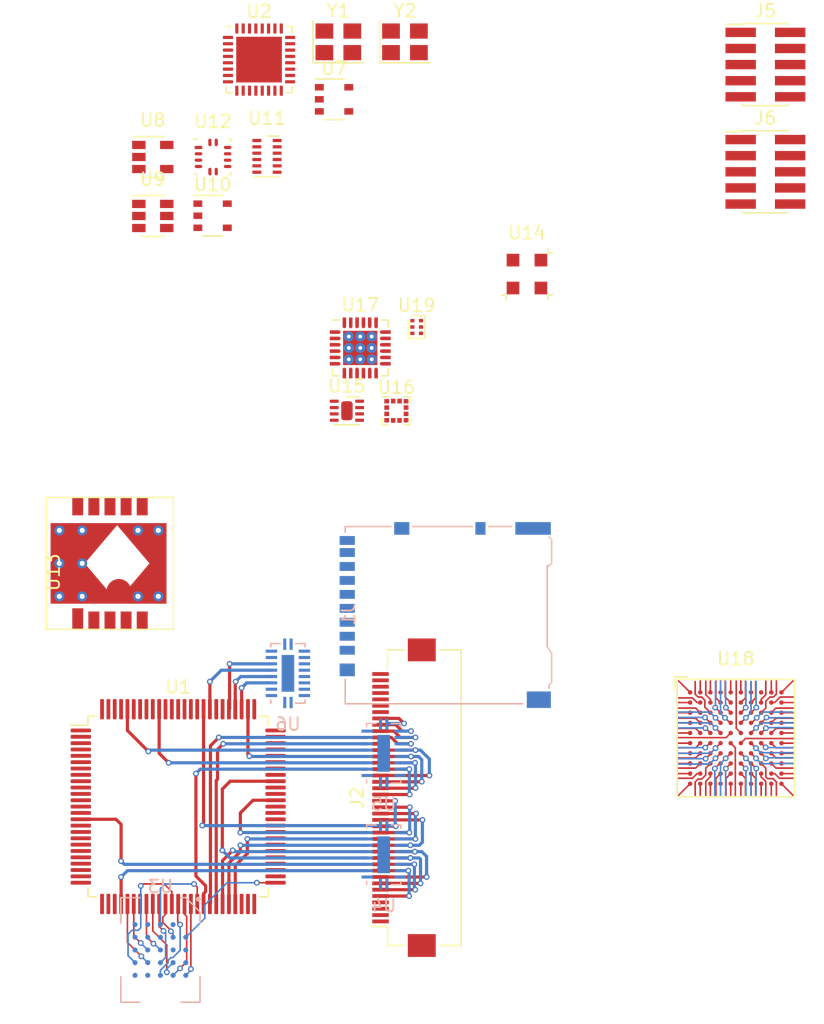
<source format=kicad_pcb>
(kicad_pcb (version 20171130) (host pcbnew 5.1.8+dfsg1-1~bpo10+1)
  (layers (0 F.Cu signal) (31 B.Cu signal) (34 B.Paste user) (35 F.Paste user) (36 B.SilkS user) (37 F.SilkS user) (38 B.Mask user) (39 F.Mask user) (44 Edge.Cuts user))
  (net 0 "")
  (net 1 /VCC_MCU_LV)
  (net 2 GND)
  (net 3 /UART8_TX_NRF)
  (net 4 /UART8_RX_NRF)
  (net 5 /SDMMC1_VSEL)
  (net 6 /SDMMC1_CKIN)
  (net 7 "Net-(U1-Pad94)")
  (net 8 /I2C1_SDA_SYSTEM)
  (net 9 /I2C1_SCL_SYSTEM)
  (net 10 /LTDC_B5)
  (net 11 /LTDC_G7)
  (net 12 /SDMMC1_CMD)
  (net 13 /SDMMC1_DET)
  (net 14 /SDMMC1_CK)
  (net 15 /SDMMC1_D3)
  (net 16 /SDMMC1_D2)
  (net 17 /LTDC_B6)
  (net 18 "Net-(U1-Pad73)")
  (net 19 /LPUART1_RX_GPS)
  (net 20 /LPUART1_TX_GPS)
  (net 21 /LTDC_R6)
  (net 22 /SDMMC1_D1)
  (net 23 /SDMMC1_D0)
  (net 24 /LTDC_G6)
  (net 25 /LTDC_HSYNC)
  (net 26 /I2C_SDA_SENSOR)
  (net 27 /I2C_SCL_SENSOR)
  (net 28 /LED_STATUS)
  (net 29 /LTDC_G3)
  (net 30 /OCTOSPIM_P1_NCLK)
  (net 31 "Net-(U1-Pad48)")
  (net 32 /LTDC_G5)
  (net 33 /LTDC_G4)
  (net 34 /LTDC_R7)
  (net 35 /LTDC_CLK)
  (net 36 /LTDC_DE)
  (net 37 /LTDC_B4)
  (net 38 /OCTOSPIM_P1_NCS)
  (net 39 /OCTOSPIM_P1_IO7)
  (net 40 /OCTOSPIM_P1_IO6)
  (net 41 /OCTOSPIM_P1_IO5)
  (net 42 /OCTOSPIM_P1_IO4)
  (net 43 /OCTOSPIM_P1_CLK)
  (net 44 /OCTOSPIM_P1_IO0)
  (net 45 /OCTOSPIM_P1_IO1)
  (net 46 /OCTOSPIM_P1_DQS)
  (net 47 /OCTOSPIM_P1_IO2)
  (net 48 /OCTOSPIM_P1_IO3)
  (net 49 /LTDC_R4)
  (net 50 /LTDC_VSYNC)
  (net 51 /BTN_RIGHT)
  (net 52 /BTN_UP)
  (net 53 /PWR_WKIP1_ONOFF)
  (net 54 "Net-(U1-Pad21)")
  (net 55 "Net-(U1-Pad20)")
  (net 56 "Net-(U1-Pad19)")
  (net 57 /BTN_LEFT)
  (net 58 /BTN_DOWN)
  (net 59 "Net-(U1-Pad16)")
  (net 60 /LTDC_R5)
  (net 61 /RCC_OSC_OUT)
  (net 62 /RCC_OSC_IN)
  (net 63 /RCC_OSC32_OUT)
  (net 64 /RCC_OSC32_IN)
  (net 65 /PWR_WKUP4_NRF)
  (net 66 /SP4_MOSI_NRF)
  (net 67 /SP4_MISO_NRF)
  (net 68 "Net-(U1-Pad3)")
  (net 69 "Net-(U1-Pad2)")
  (net 70 /SP4_SCK_NRF)
  (net 71 "Net-(L2-Pad2)")
  (net 72 /DEC4)
  (net 73 "Net-(U2-Pad28)")
  (net 74 "Net-(U2-Pad27)")
  (net 75 "Net-(U2-Pad26)")
  (net 76 /XC2_NRF)
  (net 77 /XC1_NRF)
  (net 78 /DEC3)
  (net 79 /DEC2)
  (net 80 "Net-(C4-Pad1)")
  (net 81 /DEBUG_SWDIO_NRF)
  (net 82 /DEBUG_SWDCLK_NRF)
  (net 83 /DEBUG_NRESET_NRF)
  (net 84 "Net-(U2-Pad15)")
  (net 85 "Net-(U2-Pad8)")
  (net 86 "Net-(U2-Pad7)")
  (net 87 "Net-(U2-Pad6)")
  (net 88 "Net-(U2-Pad5)")
  (net 89 "Net-(U2-Pad4)")
  (net 90 /XL2_NRF)
  (net 91 /XL1_NRF)
  (net 92 /DEC1)
  (net 93 /LCD_FFC_G6)
  (net 94 /LCD_FFC_G5)
  (net 95 /LCD_FFC_G4)
  (net 96 /LCD_FFC_R7)
  (net 97 /LCD_FFC_R6)
  (net 98 /LCD_FFC_R5)
  (net 99 /LCD_FFC_R4)
  (net 100 /VCC_LCD_IO)
  (net 101 /LCD_FFC_G7)
  (net 102 /LCD_FFC_HS)
  (net 103 /LCD_FFC_DE)
  (net 104 /LCD_FFC_CK)
  (net 105 /LCD_FFC_B7)
  (net 106 /LCD_FFC_B6)
  (net 107 /LCD_FFC_B5)
  (net 108 /LCD_FFC_B4)
  (net 109 /LTDC_B7)
  (net 110 /LCD_FFC_VS)
  (net 111 /SD_D1)
  (net 112 /SD_D0)
  (net 113 /SD_CLK)
  (net 114 /SD_CMD)
  (net 115 /SD_D3)
  (net 116 /SD_D2)
  (net 117 /VDD_SD_IO_3V3_1V8)
  (net 118 "Net-(R2-Pad1)")
  (net 119 /VDD_SD_3V3)
  (net 120 "Net-(J2-Pad40)")
  (net 121 "Net-(J2-Pad39)")
  (net 122 "Net-(J2-Pad38)")
  (net 123 "Net-(J2-Pad37)")
  (net 124 /VCC_LCD_PWR)
  (net 125 "Net-(J2-Pad34)")
  (net 126 "Net-(U3-PadC5)")
  (net 127 "Net-(U3-PadB5)")
  (net 128 "Net-(U3-PadA5)")
  (net 129 /MCU_LV_RESET)
  (net 130 "Net-(U3-PadC2)")
  (net 131 "Net-(U3-PadA2)")
  (net 132 /TIM4_CH3_LCD_BL_PWM)
  (net 133 "Net-(U1-Pad23)")
  (net 134 /PWR_BTN_OUT)
  (net 135 /PWR_MCU_INT)
  (net 136 /PWR_MCU_HOLD)
  (net 137 /EN_SD_PWR)
  (net 138 /DEBUG_SWDCLK_STM)
  (net 139 /DEBUG_SWDIO_STM)
  (net 140 /EN_LCD_PWR)
  (net 141 "Net-(U1-Pad32)")
  (net 142 /DEBUG_NRESET_STM)
  (net 143 /VCC_CELL_OUT)
  (net 144 "Net-(R8-Pad1)")
  (net 145 "Net-(L7-Pad1)")
  (net 146 /EN_MCU_PWR)
  (net 147 "Net-(R10-Pad1)")
  (net 148 "Net-(L6-Pad2)")
  (net 149 "Net-(R12-Pad1)")
  (net 150 /PWR_MCU_NRST)
  (net 151 "Net-(C15-Pad2)")
  (net 152 "Net-(C16-Pad2)")
  (net 153 "Net-(R15-Pad1)")
  (net 154 "Net-(C21-Pad2)")
  (net 155 "Net-(R14-Pad1)")
  (net 156 "Net-(L8-Pad2)")
  (net 157 "Net-(L8-Pad1)")
  (net 158 "Net-(J5-Pad8)")
  (net 159 "Net-(J5-Pad7)")
  (net 160 "Net-(J5-Pad6)")
  (net 161 "Net-(J6-Pad8)")
  (net 162 "Net-(J6-Pad7)")
  (net 163 "Net-(J6-Pad6)")
  (net 164 /GPS_WAKEUP)
  (net 165 /GPS_ON_OFF)
  (net 166 "Net-(R24-Pad1)")
  (net 167 "Net-(R16-Pad2)")
  (net 168 "Net-(R18-Pad2)")
  (net 169 "Net-(R16-Pad1)")
  (net 170 "Net-(U13-Pad9)")
  (net 171 "Net-(Q2-Pad2)")
  (net 172 "Net-(R17-Pad2)")
  (net 173 "Net-(R22-Pad1)")
  (net 174 /USB_STM_D+)
  (net 175 /USB_STM_D-)
  (net 176 /MC6470_INTM)
  (net 177 /MC6470_INTA)
  (net 178 "Net-(U1-Pad54)")
  (net 179 "Net-(U1-Pad53)")
  (net 180 /BQ25611_INT)
  (net 181 /VDD_SD_1V8)
  (net 182 "Net-(R45-Pad2)")
  (net 183 "Net-(D4-Pad2)")
  (net 184 "Net-(R29-Pad1)")
  (net 185 "Net-(J4-Pad4)")
  (net 186 "Net-(C25-Pad2)")
  (net 187 "Net-(U16-Pad11)")
  (net 188 "Net-(U16-Pad1)")
  (net 189 "Net-(U16-Pad4)")
  (net 190 "Net-(U16-Pad8)")
  (net 191 /USB_PORT_VBUS)
  (net 192 /USB_CHGR_D+)
  (net 193 /USB_CHGR_D-)
  (net 194 "Net-(R43-Pad2)")
  (net 195 "Net-(U17-Pad8)")
  (net 196 "Net-(U17-Pad10)")
  (net 197 /CELL_NTC)
  (net 198 "Net-(R40-Pad2)")
  (net 199 "Net-(U17-Pad13)")
  (net 200 "Net-(U17-Pad14)")
  (net 201 "Net-(C30-Pad2)")
  (net 202 "Net-(U17-Pad17)")
  (net 203 "Net-(U17-Pad18)")
  (net 204 "Net-(C28-Pad1)")
  (net 205 "Net-(C28-Pad2)")
  (net 206 "Net-(C29-Pad2)")
  (net 207 "Net-(C27-Pad1)")
  (net 208 "Net-(U17-Pad25)")
  (net 209 "Net-(U18-PadA1)")
  (net 210 "Net-(U18-PadB1)")
  (net 211 "Net-(U18-PadC1)")
  (net 212 "Net-(U18-PadD1)")
  (net 213 "Net-(U18-PadE1)")
  (net 214 "Net-(U18-PadA10)")
  (net 215 "Net-(U18-PadH1)")
  (net 216 "Net-(U18-PadJ1)")
  (net 217 "Net-(U18-PadK1)")
  (net 218 "Net-(U18-PadA2)")
  (net 219 "Net-(U18-PadB2)")
  (net 220 "Net-(U18-PadC2)")
  (net 221 "Net-(U18-PadD2)")
  (net 222 "Net-(U18-PadE2)")
  (net 223 "Net-(U18-PadF2)")
  (net 224 "Net-(U18-PadG2)")
  (net 225 "Net-(U18-PadH2)")
  (net 226 "Net-(U18-PadJ2)")
  (net 227 "Net-(U18-PadK2)")
  (net 228 "Net-(U18-PadA3)")
  (net 229 "Net-(U18-PadB3)")
  (net 230 "Net-(U18-PadC3)")
  (net 231 "Net-(U18-PadD3)")
  (net 232 "Net-(U18-PadE3)")
  (net 233 "Net-(U18-PadF3)")
  (net 234 "Net-(U18-PadG3)")
  (net 235 "Net-(U18-PadH3)")
  (net 236 "Net-(U18-PadJ3)")
  (net 237 "Net-(U18-PadA4)")
  (net 238 "Net-(U18-PadB4)")
  (net 239 "Net-(U18-PadC4)")
  (net 240 "Net-(U18-PadD4)")
  (net 241 "Net-(U18-PadE4)")
  (net 242 "Net-(U18-PadF4)")
  (net 243 "Net-(U18-PadG4)")
  (net 244 "Net-(U18-PadH4)")
  (net 245 "Net-(U18-PadJ4)")
  (net 246 "Net-(U18-PadA5)")
  (net 247 "Net-(U18-PadB5)")
  (net 248 "Net-(U18-PadC5)")
  (net 249 "Net-(U18-PadD5)")
  (net 250 "Net-(U18-PadE5)")
  (net 251 "Net-(U18-PadF5)")
  (net 252 "Net-(U18-PadG5)")
  (net 253 "Net-(U18-PadH5)")
  (net 254 "Net-(U18-PadJ5)")
  (net 255 "Net-(U18-PadK5)")
  (net 256 "Net-(U18-PadA6)")
  (net 257 "Net-(U18-PadB6)")
  (net 258 "Net-(U18-PadC6)")
  (net 259 "Net-(U18-PadD6)")
  (net 260 "Net-(U18-PadE6)")
  (net 261 "Net-(U18-PadF6)")
  (net 262 "Net-(U18-PadG6)")
  (net 263 "Net-(U18-PadH6)")
  (net 264 "Net-(U18-PadJ6)")
  (net 265 "Net-(U18-PadK6)")
  (net 266 "Net-(U18-PadA7)")
  (net 267 "Net-(U18-PadB7)")
  (net 268 "Net-(U18-PadC7)")
  (net 269 "Net-(U18-PadD7)")
  (net 270 "Net-(U18-PadE7)")
  (net 271 "Net-(U18-PadF7)")
  (net 272 "Net-(U18-PadG7)")
  (net 273 "Net-(U18-PadH7)")
  (net 274 "Net-(U18-PadJ7)")
  (net 275 "Net-(U18-PadK7)")
  (net 276 "Net-(U18-PadA8)")
  (net 277 "Net-(U18-PadB8)")
  (net 278 "Net-(U18-PadC8)")
  (net 279 "Net-(U18-PadD8)")
  (net 280 "Net-(U18-PadE8)")
  (net 281 "Net-(U18-PadF8)")
  (net 282 "Net-(U18-PadG8)")
  (net 283 "Net-(U18-PadH8)")
  (net 284 "Net-(U18-PadJ8)")
  (net 285 "Net-(U18-PadK8)")
  (net 286 "Net-(U18-PadB9)")
  (net 287 "Net-(U18-PadC9)")
  (net 288 "Net-(U18-PadD9)")
  (net 289 "Net-(U18-PadE9)")
  (net 290 "Net-(U18-PadF9)")
  (net 291 "Net-(U18-PadG9)")
  (net 292 "Net-(U18-PadH9)")
  (net 293 "Net-(U18-PadJ9)")
  (net 294 "Net-(U18-PadK9)")
  (net 295 "Net-(U18-PadB10)")
  (net 296 "Net-(U18-PadC10)")
  (net 297 "Net-(U18-PadD10)")
  (net 298 "Net-(U18-PadE10)")
  (net 299 "Net-(U18-PadH10)")
  (net 300 "Net-(U18-PadJ10)")
  (net 301 "Net-(U18-PadK10)")
  (module Package_BGA:TFBGA-100_9.0x9.0mm_Layout10x10_P0.8mm (layer F.Cu) (at 152.35 82.8)
    (fp_text reference U18 (at 0 -6.25) (layer F.SilkS))
    (fp_text value ATmega640-16CU)
    (pad A1 smd circle (at -3.6 -3.6) (size 0.35 0.35) (layers F.Cu F.Paste F.Mask) (net 209 "Net-(U18-PadA1)"))
    (pad B1 smd circle (at -3.6 -2.8) (size 0.35 0.35) (layers F.Cu F.Paste F.Mask) (net 210 "Net-(U18-PadB1)"))
    (pad C1 smd circle (at -3.6 -2) (size 0.35 0.35) (layers F.Cu F.Paste F.Mask) (net 211 "Net-(U18-PadC1)"))
    (pad D1 smd circle (at -3.6 -1.2) (size 0.35 0.35) (layers F.Cu F.Paste F.Mask) (net 212 "Net-(U18-PadD1)"))
    (pad E1 smd circle (at -3.6 -0.4) (size 0.35 0.35) (layers F.Cu F.Paste F.Mask) (net 213 "Net-(U18-PadE1)"))
    (pad F1 smd circle (at -3.6 0.4) (size 0.35 0.35) (layers F.Cu F.Paste F.Mask) (net 214 "Net-(U18-PadA10)"))
    (pad G1 smd circle (at -3.6 1.2) (size 0.35 0.35) (layers F.Cu F.Paste F.Mask) (net 209 "Net-(U18-PadA1)"))
    (pad H1 smd circle (at -3.6 2) (size 0.35 0.35) (layers F.Cu F.Paste F.Mask) (net 215 "Net-(U18-PadH1)"))
    (pad J1 smd circle (at -3.6 2.8) (size 0.35 0.35) (layers F.Cu F.Paste F.Mask) (net 216 "Net-(U18-PadJ1)"))
    (pad K1 smd circle (at -3.6 3.6) (size 0.35 0.35) (layers F.Cu F.Paste F.Mask) (net 217 "Net-(U18-PadK1)"))
    (pad A2 smd circle (at -2.8 -3.6) (size 0.35 0.35) (layers F.Cu F.Paste F.Mask) (net 218 "Net-(U18-PadA2)"))
    (pad B2 smd circle (at -2.8 -2.8) (size 0.35 0.35) (layers F.Cu F.Paste F.Mask) (net 219 "Net-(U18-PadB2)"))
    (pad C2 smd circle (at -2.8 -2) (size 0.35 0.35) (layers F.Cu F.Paste F.Mask) (net 220 "Net-(U18-PadC2)"))
    (pad D2 smd circle (at -2.8 -1.2) (size 0.35 0.35) (layers F.Cu F.Paste F.Mask) (net 221 "Net-(U18-PadD2)"))
    (pad E2 smd circle (at -2.8 -0.4) (size 0.35 0.35) (layers F.Cu F.Paste F.Mask) (net 222 "Net-(U18-PadE2)"))
    (pad F2 smd circle (at -2.8 0.4) (size 0.35 0.35) (layers F.Cu F.Paste F.Mask) (net 223 "Net-(U18-PadF2)"))
    (pad G2 smd circle (at -2.8 1.2) (size 0.35 0.35) (layers F.Cu F.Paste F.Mask) (net 224 "Net-(U18-PadG2)"))
    (pad H2 smd circle (at -2.8 2) (size 0.35 0.35) (layers F.Cu F.Paste F.Mask) (net 225 "Net-(U18-PadH2)"))
    (pad J2 smd circle (at -2.8 2.8) (size 0.35 0.35) (layers F.Cu F.Paste F.Mask) (net 226 "Net-(U18-PadJ2)"))
    (pad K2 smd circle (at -2.8 3.6) (size 0.35 0.35) (layers F.Cu F.Paste F.Mask) (net 227 "Net-(U18-PadK2)"))
    (pad A3 smd circle (at -2 -3.6) (size 0.35 0.35) (layers F.Cu F.Paste F.Mask) (net 228 "Net-(U18-PadA3)"))
    (pad B3 smd circle (at -2 -2.8) (size 0.35 0.35) (layers F.Cu F.Paste F.Mask) (net 229 "Net-(U18-PadB3)"))
    (pad C3 smd circle (at -2 -2) (size 0.35 0.35) (layers F.Cu F.Paste F.Mask) (net 230 "Net-(U18-PadC3)"))
    (pad D3 smd circle (at -2 -1.2) (size 0.35 0.35) (layers F.Cu F.Paste F.Mask) (net 231 "Net-(U18-PadD3)"))
    (pad E3 smd circle (at -2 -0.4) (size 0.35 0.35) (layers F.Cu F.Paste F.Mask) (net 232 "Net-(U18-PadE3)"))
    (pad F3 smd circle (at -2 0.4) (size 0.35 0.35) (layers F.Cu F.Paste F.Mask) (net 233 "Net-(U18-PadF3)"))
    (pad G3 smd circle (at -2 1.2) (size 0.35 0.35) (layers F.Cu F.Paste F.Mask) (net 234 "Net-(U18-PadG3)"))
    (pad H3 smd circle (at -2 2) (size 0.35 0.35) (layers F.Cu F.Paste F.Mask) (net 235 "Net-(U18-PadH3)"))
    (pad J3 smd circle (at -2 2.8) (size 0.35 0.35) (layers F.Cu F.Paste F.Mask) (net 236 "Net-(U18-PadJ3)"))
    (pad K3 smd circle (at -2 3.6) (size 0.35 0.35) (layers F.Cu F.Paste F.Mask) (net 214 "Net-(U18-PadA10)"))
    (pad A4 smd circle (at -1.2 -3.6) (size 0.35 0.35) (layers F.Cu F.Paste F.Mask) (net 237 "Net-(U18-PadA4)"))
    (pad B4 smd circle (at -1.2 -2.8) (size 0.35 0.35) (layers F.Cu F.Paste F.Mask) (net 238 "Net-(U18-PadB4)"))
    (pad C4 smd circle (at -1.2 -2) (size 0.35 0.35) (layers F.Cu F.Paste F.Mask) (net 239 "Net-(U18-PadC4)"))
    (pad D4 smd circle (at -1.2 -1.2) (size 0.35 0.35) (layers F.Cu F.Paste F.Mask) (net 240 "Net-(U18-PadD4)"))
    (pad E4 smd circle (at -1.2 -0.4) (size 0.35 0.35) (layers F.Cu F.Paste F.Mask) (net 241 "Net-(U18-PadE4)"))
    (pad F4 smd circle (at -1.2 0.4) (size 0.35 0.35) (layers F.Cu F.Paste F.Mask) (net 242 "Net-(U18-PadF4)"))
    (pad G4 smd circle (at -1.2 1.2) (size 0.35 0.35) (layers F.Cu F.Paste F.Mask) (net 243 "Net-(U18-PadG4)"))
    (pad H4 smd circle (at -1.2 2) (size 0.35 0.35) (layers F.Cu F.Paste F.Mask) (net 244 "Net-(U18-PadH4)"))
    (pad J4 smd circle (at -1.2 2.8) (size 0.35 0.35) (layers F.Cu F.Paste F.Mask) (net 245 "Net-(U18-PadJ4)"))
    (pad K4 smd circle (at -1.2 3.6) (size 0.35 0.35) (layers F.Cu F.Paste F.Mask) (net 209 "Net-(U18-PadA1)"))
    (pad A5 smd circle (at -0.4 -3.6) (size 0.35 0.35) (layers F.Cu F.Paste F.Mask) (net 246 "Net-(U18-PadA5)"))
    (pad B5 smd circle (at -0.4 -2.8) (size 0.35 0.35) (layers F.Cu F.Paste F.Mask) (net 247 "Net-(U18-PadB5)"))
    (pad C5 smd circle (at -0.4 -2) (size 0.35 0.35) (layers F.Cu F.Paste F.Mask) (net 248 "Net-(U18-PadC5)"))
    (pad D5 smd circle (at -0.4 -1.2) (size 0.35 0.35) (layers F.Cu F.Paste F.Mask) (net 249 "Net-(U18-PadD5)"))
    (pad E5 smd circle (at -0.4 -0.4) (size 0.35 0.35) (layers F.Cu F.Paste F.Mask) (net 250 "Net-(U18-PadE5)"))
    (pad F5 smd circle (at -0.4 0.4) (size 0.35 0.35) (layers F.Cu F.Paste F.Mask) (net 251 "Net-(U18-PadF5)"))
    (pad G5 smd circle (at -0.4 1.2) (size 0.35 0.35) (layers F.Cu F.Paste F.Mask) (net 252 "Net-(U18-PadG5)"))
    (pad H5 smd circle (at -0.4 2) (size 0.35 0.35) (layers F.Cu F.Paste F.Mask) (net 253 "Net-(U18-PadH5)"))
    (pad J5 smd circle (at -0.4 2.8) (size 0.35 0.35) (layers F.Cu F.Paste F.Mask) (net 254 "Net-(U18-PadJ5)"))
    (pad K5 smd circle (at -0.4 3.6) (size 0.35 0.35) (layers F.Cu F.Paste F.Mask) (net 255 "Net-(U18-PadK5)"))
    (pad A6 smd circle (at 0.4 -3.6) (size 0.35 0.35) (layers F.Cu F.Paste F.Mask) (net 256 "Net-(U18-PadA6)"))
    (pad B6 smd circle (at 0.4 -2.8) (size 0.35 0.35) (layers F.Cu F.Paste F.Mask) (net 257 "Net-(U18-PadB6)"))
    (pad C6 smd circle (at 0.4 -2) (size 0.35 0.35) (layers F.Cu F.Paste F.Mask) (net 258 "Net-(U18-PadC6)"))
    (pad D6 smd circle (at 0.4 -1.2) (size 0.35 0.35) (layers F.Cu F.Paste F.Mask) (net 259 "Net-(U18-PadD6)"))
    (pad E6 smd circle (at 0.4 -0.4) (size 0.35 0.35) (layers F.Cu F.Paste F.Mask) (net 260 "Net-(U18-PadE6)"))
    (pad F6 smd circle (at 0.4 0.4) (size 0.35 0.35) (layers F.Cu F.Paste F.Mask) (net 261 "Net-(U18-PadF6)"))
    (pad G6 smd circle (at 0.4 1.2) (size 0.35 0.35) (layers F.Cu F.Paste F.Mask) (net 262 "Net-(U18-PadG6)"))
    (pad H6 smd circle (at 0.4 2) (size 0.35 0.35) (layers F.Cu F.Paste F.Mask) (net 263 "Net-(U18-PadH6)"))
    (pad J6 smd circle (at 0.4 2.8) (size 0.35 0.35) (layers F.Cu F.Paste F.Mask) (net 264 "Net-(U18-PadJ6)"))
    (pad K6 smd circle (at 0.4 3.6) (size 0.35 0.35) (layers F.Cu F.Paste F.Mask) (net 265 "Net-(U18-PadK6)"))
    (pad A7 smd circle (at 1.2 -3.6) (size 0.35 0.35) (layers F.Cu F.Paste F.Mask) (net 266 "Net-(U18-PadA7)"))
    (pad B7 smd circle (at 1.2 -2.8) (size 0.35 0.35) (layers F.Cu F.Paste F.Mask) (net 267 "Net-(U18-PadB7)"))
    (pad C7 smd circle (at 1.2 -2) (size 0.35 0.35) (layers F.Cu F.Paste F.Mask) (net 268 "Net-(U18-PadC7)"))
    (pad D7 smd circle (at 1.2 -1.2) (size 0.35 0.35) (layers F.Cu F.Paste F.Mask) (net 269 "Net-(U18-PadD7)"))
    (pad E7 smd circle (at 1.2 -0.4) (size 0.35 0.35) (layers F.Cu F.Paste F.Mask) (net 270 "Net-(U18-PadE7)"))
    (pad F7 smd circle (at 1.2 0.4) (size 0.35 0.35) (layers F.Cu F.Paste F.Mask) (net 271 "Net-(U18-PadF7)"))
    (pad G7 smd circle (at 1.2 1.2) (size 0.35 0.35) (layers F.Cu F.Paste F.Mask) (net 272 "Net-(U18-PadG7)"))
    (pad H7 smd circle (at 1.2 2) (size 0.35 0.35) (layers F.Cu F.Paste F.Mask) (net 273 "Net-(U18-PadH7)"))
    (pad J7 smd circle (at 1.2 2.8) (size 0.35 0.35) (layers F.Cu F.Paste F.Mask) (net 274 "Net-(U18-PadJ7)"))
    (pad K7 smd circle (at 1.2 3.6) (size 0.35 0.35) (layers F.Cu F.Paste F.Mask) (net 275 "Net-(U18-PadK7)"))
    (pad A8 smd circle (at 2 -3.6) (size 0.35 0.35) (layers F.Cu F.Paste F.Mask) (net 276 "Net-(U18-PadA8)"))
    (pad B8 smd circle (at 2 -2.8) (size 0.35 0.35) (layers F.Cu F.Paste F.Mask) (net 277 "Net-(U18-PadB8)"))
    (pad C8 smd circle (at 2 -2) (size 0.35 0.35) (layers F.Cu F.Paste F.Mask) (net 278 "Net-(U18-PadC8)"))
    (pad D8 smd circle (at 2 -1.2) (size 0.35 0.35) (layers F.Cu F.Paste F.Mask) (net 279 "Net-(U18-PadD8)"))
    (pad E8 smd circle (at 2 -0.4) (size 0.35 0.35) (layers F.Cu F.Paste F.Mask) (net 280 "Net-(U18-PadE8)"))
    (pad F8 smd circle (at 2 0.4) (size 0.35 0.35) (layers F.Cu F.Paste F.Mask) (net 281 "Net-(U18-PadF8)"))
    (pad G8 smd circle (at 2 1.2) (size 0.35 0.35) (layers F.Cu F.Paste F.Mask) (net 282 "Net-(U18-PadG8)"))
    (pad H8 smd circle (at 2 2) (size 0.35 0.35) (layers F.Cu F.Paste F.Mask) (net 283 "Net-(U18-PadH8)"))
    (pad J8 smd circle (at 2 2.8) (size 0.35 0.35) (layers F.Cu F.Paste F.Mask) (net 284 "Net-(U18-PadJ8)"))
    (pad K8 smd circle (at 2 3.6) (size 0.35 0.35) (layers F.Cu F.Paste F.Mask) (net 285 "Net-(U18-PadK8)"))
    (pad A9 smd circle (at 2.8 -3.6) (size 0.35 0.35) (layers F.Cu F.Paste F.Mask) (net 209 "Net-(U18-PadA1)"))
    (pad B9 smd circle (at 2.8 -2.8) (size 0.35 0.35) (layers F.Cu F.Paste F.Mask) (net 286 "Net-(U18-PadB9)"))
    (pad C9 smd circle (at 2.8 -2) (size 0.35 0.35) (layers F.Cu F.Paste F.Mask) (net 287 "Net-(U18-PadC9)"))
    (pad D9 smd circle (at 2.8 -1.2) (size 0.35 0.35) (layers F.Cu F.Paste F.Mask) (net 288 "Net-(U18-PadD9)"))
    (pad E9 smd circle (at 2.8 -0.4) (size 0.35 0.35) (layers F.Cu F.Paste F.Mask) (net 289 "Net-(U18-PadE9)"))
    (pad F9 smd circle (at 2.8 0.4) (size 0.35 0.35) (layers F.Cu F.Paste F.Mask) (net 290 "Net-(U18-PadF9)"))
    (pad G9 smd circle (at 2.8 1.2) (size 0.35 0.35) (layers F.Cu F.Paste F.Mask) (net 291 "Net-(U18-PadG9)"))
    (pad H9 smd circle (at 2.8 2) (size 0.35 0.35) (layers F.Cu F.Paste F.Mask) (net 292 "Net-(U18-PadH9)"))
    (pad J9 smd circle (at 2.8 2.8) (size 0.35 0.35) (layers F.Cu F.Paste F.Mask) (net 293 "Net-(U18-PadJ9)"))
    (pad K9 smd circle (at 2.8 3.6) (size 0.35 0.35) (layers F.Cu F.Paste F.Mask) (net 294 "Net-(U18-PadK9)"))
    (pad A10 smd circle (at 3.6 -3.6) (size 0.35 0.35) (layers F.Cu F.Paste F.Mask) (net 214 "Net-(U18-PadA10)"))
    (pad B10 smd circle (at 3.6 -2.8) (size 0.35 0.35) (layers F.Cu F.Paste F.Mask) (net 295 "Net-(U18-PadB10)"))
    (pad C10 smd circle (at 3.6 -2) (size 0.35 0.35) (layers F.Cu F.Paste F.Mask) (net 296 "Net-(U18-PadC10)"))
    (pad D10 smd circle (at 3.6 -1.2) (size 0.35 0.35) (layers F.Cu F.Paste F.Mask) (net 297 "Net-(U18-PadD10)"))
    (pad E10 smd circle (at 3.6 -0.4) (size 0.35 0.35) (layers F.Cu F.Paste F.Mask) (net 298 "Net-(U18-PadE10)"))
    (pad F10 smd circle (at 3.6 0.4) (size 0.35 0.35) (layers F.Cu F.Paste F.Mask) (net 209 "Net-(U18-PadA1)"))
    (pad G10 smd circle (at 3.6 1.2) (size 0.35 0.35) (layers F.Cu F.Paste F.Mask) (net 214 "Net-(U18-PadA10)"))
    (pad H10 smd circle (at 3.6 2) (size 0.35 0.35) (layers F.Cu F.Paste F.Mask) (net 299 "Net-(U18-PadH10)"))
    (pad J10 smd circle (at 3.6 2.8) (size 0.35 0.35) (layers F.Cu F.Paste F.Mask) (net 300 "Net-(U18-PadJ10)"))
    (pad K10 smd circle (at 3.6 3.6) (size 0.35 0.35) (layers F.Cu F.Paste F.Mask) (net 301 "Net-(U18-PadK10)"))
  )
  (module Package_TO_SOT_SMD:SOT-886 (layer F.Cu) (at 127.2 50.4)
    (fp_text reference U19 (at 0 -1.7 180) (layer F.SilkS))
    (fp_text value NX3L1T3157)
    (pad 6 smd rect (at 0.34 -0.5) (size 0.33 0.27) (layers F.Cu F.Paste F.Mask) (net 5 /SDMMC1_VSEL))
    (pad 5 smd rect (at 0.34 0) (size 0.33 0.27) (layers F.Cu F.Paste F.Mask) (net 119 /VDD_SD_3V3))
    (pad 4 smd rect (at 0.34 0.5) (size 0.33 0.27) (layers F.Cu F.Paste F.Mask) (net 117 /VDD_SD_IO_3V3_1V8))
    (pad 3 smd rect (at -0.34 0.5) (size 0.33 0.27) (layers F.Cu F.Paste F.Mask) (net 119 /VDD_SD_3V3))
    (pad 2 smd rect (at -0.34 0) (size 0.33 0.27) (layers F.Cu F.Paste F.Mask) (net 2 GND))
    (pad 1 smd rect (at -0.34 -0.5) (size 0.33 0.27) (layers F.Cu F.Paste F.Mask) (net 181 /VDD_SD_1V8))
  )
  (module Package_DFN_QFN:WQFN-24-1EP_4x4mm_P0.5mm_EP2.7x2.7mm_ThermalVias (layer F.Cu) (at 122.75 52.05)
    (fp_text reference U17 (at 0 -3.4) (layer F.SilkS))
    (fp_text value BQ25611D)
    (pad 1 smd custom (at -1.69 -1.25 270) (size 0.28 0.28) (layers F.Cu F.Paste F.Mask) (net 191 /USB_PORT_VBUS) (options (clearance outline) (anchor circle)) (primitives (gr_poly (pts (xy -0.14 0) (xy 0.14 0) (xy 0.14 0.71) (xy -0.14 0.71)) (width 0))))
    (pad 2 smd custom (at -1.69 -0.75 270) (size 0.28 0.28) (layers F.Cu F.Paste F.Mask) (net 192 /USB_CHGR_D+) (options (clearance outline) (anchor circle)) (primitives (gr_poly (pts (xy -0.14 0) (xy 0.14 0) (xy 0.14 0.71) (xy -0.14 0.71)) (width 0))))
    (pad 3 smd custom (at -1.69 -0.25 270) (size 0.28 0.28) (layers F.Cu F.Paste F.Mask) (net 193 /USB_CHGR_D-) (options (clearance outline) (anchor circle)) (primitives (gr_poly (pts (xy -0.14 0) (xy 0.14 0) (xy 0.14 0.71) (xy -0.14 0.71)) (width 0))))
    (pad 4 smd custom (at -1.69 0.25 270) (size 0.28 0.28) (layers F.Cu F.Paste F.Mask) (net 194 "Net-(R43-Pad2)") (options (clearance outline) (anchor circle)) (primitives (gr_poly (pts (xy -0.14 0) (xy 0.14 0) (xy 0.14 0.71) (xy -0.14 0.71)) (width 0))))
    (pad 5 smd custom (at -1.69 0.75 270) (size 0.28 0.28) (layers F.Cu F.Paste F.Mask) (net 9 /I2C1_SCL_SYSTEM) (options (clearance outline) (anchor circle)) (primitives (gr_poly (pts (xy -0.14 0) (xy 0.14 0) (xy 0.14 0.71) (xy -0.14 0.71)) (width 0))))
    (pad 6 smd custom (at -1.69 1.25 270) (size 0.28 0.28) (layers F.Cu F.Paste F.Mask) (net 8 /I2C1_SDA_SYSTEM) (options (clearance outline) (anchor circle)) (primitives (gr_poly (pts (xy -0.14 0) (xy 0.14 0) (xy 0.14 0.71) (xy -0.14 0.71)) (width 0))))
    (pad 7 smd custom (at -1.25 1.69) (size 0.28 0.28) (layers F.Cu F.Paste F.Mask) (net 180 /BQ25611_INT) (options (clearance outline) (anchor circle)) (primitives (gr_poly (pts (xy -0.14 0) (xy 0.14 0) (xy 0.14 0.71) (xy -0.14 0.71)) (width 0))))
    (pad 8 smd custom (at -0.75 1.69) (size 0.28 0.28) (layers F.Cu F.Paste F.Mask) (net 195 "Net-(U17-Pad8)") (options (clearance outline) (anchor circle)) (primitives (gr_poly (pts (xy -0.14 0) (xy 0.14 0) (xy 0.14 0.71) (xy -0.14 0.71)) (width 0))))
    (pad 9 smd custom (at -0.25 1.69) (size 0.28 0.28) (layers F.Cu F.Paste F.Mask) (net 2 GND) (options (clearance outline) (anchor circle)) (primitives (gr_poly (pts (xy -0.14 0) (xy 0.14 0) (xy 0.14 0.71) (xy -0.14 0.71)) (width 0))))
    (pad 10 smd custom (at 0.25 1.69) (size 0.28 0.28) (layers F.Cu F.Paste F.Mask) (net 196 "Net-(U17-Pad10)") (options (clearance outline) (anchor circle)) (primitives (gr_poly (pts (xy -0.14 0) (xy 0.14 0) (xy 0.14 0.71) (xy -0.14 0.71)) (width 0))))
    (pad 11 smd custom (at 0.75 1.69) (size 0.28 0.28) (layers F.Cu F.Paste F.Mask) (net 197 /CELL_NTC) (options (clearance outline) (anchor circle)) (primitives (gr_poly (pts (xy -0.14 0) (xy 0.14 0) (xy 0.14 0.71) (xy -0.14 0.71)) (width 0))))
    (pad 12 smd custom (at 1.25 1.69) (size 0.28 0.28) (layers F.Cu F.Paste F.Mask) (net 198 "Net-(R40-Pad2)") (options (clearance outline) (anchor circle)) (primitives (gr_poly (pts (xy -0.14 0) (xy 0.14 0) (xy 0.14 0.71) (xy -0.14 0.71)) (width 0))))
    (pad 13 smd custom (at 1.69 1.25 90) (size 0.28 0.28) (layers F.Cu F.Paste F.Mask) (net 199 "Net-(U17-Pad13)") (options (clearance outline) (anchor circle)) (primitives (gr_poly (pts (xy -0.14 0) (xy 0.14 0) (xy 0.14 0.71) (xy -0.14 0.71)) (width 0))))
    (pad 14 smd custom (at 1.69 0.75 90) (size 0.28 0.28) (layers F.Cu F.Paste F.Mask) (net 200 "Net-(U17-Pad14)") (options (clearance outline) (anchor circle)) (primitives (gr_poly (pts (xy -0.14 0) (xy 0.14 0) (xy 0.14 0.71) (xy -0.14 0.71)) (width 0))))
    (pad 15 smd custom (at 1.69 0.25 90) (size 0.28 0.28) (layers F.Cu F.Paste F.Mask) (net 201 "Net-(C30-Pad2)") (options (clearance outline) (anchor circle)) (primitives (gr_poly (pts (xy -0.14 0) (xy 0.14 0) (xy 0.14 0.71) (xy -0.14 0.71)) (width 0))))
    (pad 16 smd custom (at 1.69 -0.25 90) (size 0.28 0.28) (layers F.Cu F.Paste F.Mask) (net 201 "Net-(C30-Pad2)") (options (clearance outline) (anchor circle)) (primitives (gr_poly (pts (xy -0.14 0) (xy 0.14 0) (xy 0.14 0.71) (xy -0.14 0.71)) (width 0))))
    (pad 17 smd custom (at 1.69 -0.75 90) (size 0.28 0.28) (layers F.Cu F.Paste F.Mask) (net 202 "Net-(U17-Pad17)") (options (clearance outline) (anchor circle)) (primitives (gr_poly (pts (xy -0.14 0) (xy 0.14 0) (xy 0.14 0.71) (xy -0.14 0.71)) (width 0))))
    (pad 18 smd custom (at 1.69 -1.25 90) (size 0.28 0.28) (layers F.Cu F.Paste F.Mask) (net 203 "Net-(U17-Pad18)") (options (clearance outline) (anchor circle)) (primitives (gr_poly (pts (xy -0.14 0) (xy 0.14 0) (xy 0.14 0.71) (xy -0.14 0.71)) (width 0))))
    (pad 19 smd custom (at 1.25 -1.69 180) (size 0.28 0.28) (layers F.Cu F.Paste F.Mask) (net 204 "Net-(C28-Pad1)") (options (clearance outline) (anchor circle)) (primitives (gr_poly (pts (xy -0.14 0) (xy 0.14 0) (xy 0.14 0.71) (xy -0.14 0.71)) (width 0))))
    (pad 20 smd custom (at 0.75 -1.69 180) (size 0.28 0.28) (layers F.Cu F.Paste F.Mask) (net 204 "Net-(C28-Pad1)") (options (clearance outline) (anchor circle)) (primitives (gr_poly (pts (xy -0.14 0) (xy 0.14 0) (xy 0.14 0.71) (xy -0.14 0.71)) (width 0))))
    (pad 21 smd custom (at 0.25 -1.69 180) (size 0.28 0.28) (layers F.Cu F.Paste F.Mask) (net 205 "Net-(C28-Pad2)") (options (clearance outline) (anchor circle)) (primitives (gr_poly (pts (xy -0.14 0) (xy 0.14 0) (xy 0.14 0.71) (xy -0.14 0.71)) (width 0))))
    (pad 22 smd custom (at -0.25 -1.69 180) (size 0.28 0.28) (layers F.Cu F.Paste F.Mask) (net 206 "Net-(C29-Pad2)") (options (clearance outline) (anchor circle)) (primitives (gr_poly (pts (xy -0.14 0) (xy 0.14 0) (xy 0.14 0.71) (xy -0.14 0.71)) (width 0))))
    (pad 23 smd custom (at -0.75 -1.69 180) (size 0.28 0.28) (layers F.Cu F.Paste F.Mask) (net 207 "Net-(C27-Pad1)") (options (clearance outline) (anchor circle)) (primitives (gr_poly (pts (xy -0.14 0) (xy 0.14 0) (xy 0.14 0.71) (xy -0.14 0.71)) (width 0))))
    (pad 24 smd custom (at -1.25 -1.69 180) (size 0.28 0.28) (layers F.Cu F.Paste F.Mask) (net 191 /USB_PORT_VBUS) (options (clearance outline) (anchor circle)) (primitives (gr_poly (pts (xy -0.14 0) (xy 0.14 0) (xy 0.14 0.71) (xy -0.14 0.71)) (width 0))))
    (pad 25 smd rect (at 0 0) (size 2.7 2.7) (layers F.Cu F.Mask) (net 208 "Net-(U17-Pad25)"))
    (pad 25 thru_hole circle (at 0 0.9) (size 0.8 0.8) (drill 0.3) (layers *.Cu) (net 208 "Net-(U17-Pad25)"))
    (pad 25 thru_hole circle (at -0.9 0.9) (size 0.8 0.8) (drill 0.3) (layers *.Cu) (net 208 "Net-(U17-Pad25)"))
    (pad 25 thru_hole circle (at 0.9 0.9) (size 0.8 0.8) (drill 0.3) (layers *.Cu) (net 208 "Net-(U17-Pad25)"))
    (pad 25 thru_hole circle (at 0 -0.9) (size 0.8 0.8) (drill 0.3) (layers *.Cu) (net 208 "Net-(U17-Pad25)"))
    (pad 25 thru_hole circle (at -0.9 -0.9) (size 0.8 0.8) (drill 0.3) (layers *.Cu) (net 208 "Net-(U17-Pad25)"))
    (pad 25 thru_hole circle (at 0.9 -0.9) (size 0.8 0.8) (drill 0.3) (layers *.Cu) (net 208 "Net-(U17-Pad25)"))
    (pad 25 thru_hole circle (at 0.9 0) (size 0.8 0.8) (drill 0.3) (layers *.Cu) (net 208 "Net-(U17-Pad25)"))
    (pad 25 thru_hole circle (at -0.9 0) (size 0.8 0.8) (drill 0.3) (layers *.Cu) (net 208 "Net-(U17-Pad25)"))
    (pad 25 thru_hole circle (at 0 0) (size 0.8 0.8) (drill 0.3) (layers *.Cu) (net 208 "Net-(U17-Pad25)"))
  )
  (module Package_LGA:LGA-12_2x2mm_P0.5mm (layer F.Cu) (at 125.6 57)
    (fp_text reference U16 (at 0 -1.85) (layer F.SilkS))
    (fp_text value MC6470)
    (pad 12 smd rect (at -0.25 -0.7625 90) (size 0.375 0.35) (layers F.Cu F.Paste F.Mask) (net 27 /I2C_SCL_SENSOR))
    (pad 11 smd rect (at 0.25 -0.7625 90) (size 0.375 0.35) (layers F.Cu F.Paste F.Mask) (net 187 "Net-(U16-Pad11)"))
    (pad 6 smd rect (at 0.25 0.7625 90) (size 0.375 0.35) (layers F.Cu F.Paste F.Mask) (net 176 /MC6470_INTM))
    (pad 5 smd rect (at -0.25 0.7625 90) (size 0.375 0.35) (layers F.Cu F.Paste F.Mask) (net 177 /MC6470_INTA))
    (pad 10 smd rect (at 0.7625 -0.75) (size 0.375 0.35) (layers F.Cu F.Paste F.Mask))
    (pad 1 smd rect (at -0.7625 -0.75) (size 0.375 0.35) (layers F.Cu F.Paste F.Mask) (net 188 "Net-(U16-Pad1)"))
    (pad 7 smd rect (at 0.7625 0.75) (size 0.375 0.35) (layers F.Cu F.Paste F.Mask) (net 1 /VCC_MCU_LV))
    (pad 4 smd rect (at -0.7625 0.75) (size 0.375 0.35) (layers F.Cu F.Paste F.Mask) (net 189 "Net-(U16-Pad4)"))
    (pad 8 smd rect (at 0.7625 0.25) (size 0.375 0.35) (layers F.Cu F.Paste F.Mask) (net 190 "Net-(U16-Pad8)"))
    (pad 9 smd rect (at 0.7625 -0.25) (size 0.375 0.35) (layers F.Cu F.Paste F.Mask) (net 2 GND))
    (pad 3 smd rect (at -0.7625 0.25) (size 0.375 0.35) (layers F.Cu F.Paste F.Mask) (net 1 /VCC_MCU_LV))
    (pad 2 smd rect (at -0.7625 -0.25) (size 0.375 0.35) (layers F.Cu F.Paste F.Mask) (net 27 /I2C_SCL_SENSOR))
  )
  (module Package_DFN_QFN:DFN-8-1EP_2x2mm_P0.5mm_EP0.9x1.5mm (layer F.Cu) (at 121.7 57)
    (fp_text reference U15 (at 0 -1.95) (layer F.SilkS))
    (fp_text value PAM2841)
    (pad 8 smd roundrect (at 1 -0.75) (size 0.7 0.25) (layers F.Cu F.Paste F.Mask) (net 183 "Net-(D4-Pad2)"))
    (pad 7 smd roundrect (at 1 -0.25) (size 0.7 0.25) (layers F.Cu F.Paste F.Mask) (net 184 "Net-(R29-Pad1)"))
    (pad 6 smd roundrect (at 1 0.25) (size 0.7 0.25) (layers F.Cu F.Paste F.Mask) (net 185 "Net-(J4-Pad4)"))
    (pad 5 smd roundrect (at 1 0.75) (size 0.7 0.25) (layers F.Cu F.Paste F.Mask) (net 2 GND))
    (pad 4 smd roundrect (at -1 0.75) (size 0.7 0.25) (layers F.Cu F.Paste F.Mask) (net 186 "Net-(C25-Pad2)"))
    (pad 3 smd roundrect (at -1 0.25) (size 0.7 0.25) (layers F.Cu F.Paste F.Mask) (net 132 /TIM4_CH3_LCD_BL_PWM))
    (pad 2 smd roundrect (at -1 -0.25) (size 0.7 0.25) (layers F.Cu F.Paste F.Mask))
    (pad 1 smd roundrect (at -1 -0.75) (size 0.7 0.25) (layers F.Cu F.Paste F.Mask) (net 2 GND))
    (pad 9 smd roundrect (at 0 0) (size 0.9 1.5) (layers F.Cu F.Mask))
  )
  (module atlas:Elara-1 (layer F.Cu) (at 103.124 68.834)
    (fp_text reference U13 (at -4.572 0.9 90) (layer F.SilkS))
    (fp_text value Wurth_2613011037000)
    (pad 5 thru_hole circle (at 2.108 2.799) (size 0.8 0.8) (drill 0.4) (layers *.Cu) (net 2 GND))
    (pad 5 thru_hole circle (at 3.708 2.799) (size 0.8 0.8) (drill 0.4) (layers *.Cu) (net 2 GND))
    (pad 5 thru_hole circle (at 3.708 -2.401) (size 0.8 0.8) (drill 0.4) (layers *.Cu) (net 2 GND))
    (pad 5 thru_hole circle (at 2.108 -2.401) (size 0.8 0.8) (drill 0.4) (layers *.Cu) (net 2 GND))
    (pad 5 thru_hole circle (at -2.292 -2.401) (size 0.8 0.8) (drill 0.4) (layers *.Cu) (net 2 GND))
    (pad 5 thru_hole circle (at -2.292 0.199) (size 0.8 0.8) (drill 0.4) (layers *.Cu) (net 2 GND))
    (pad 5 thru_hole circle (at -2.292 2.799) (size 0.8 0.8) (drill 0.4) (layers *.Cu) (net 2 GND))
    (pad 5 thru_hole circle (at -4.092 2.799) (size 0.8 0.8) (drill 0.4) (layers *.Cu) (net 2 GND))
    (pad 5 thru_hole circle (at -4.092 0.199) (size 0.8 0.8) (drill 0.4) (layers *.Cu) (net 2 GND))
    (pad 5 thru_hole circle (at -4.092 -2.401) (size 0.8 0.8) (drill 0.4) (layers *.Cu) (net 2 GND))
    (pad 5 smd custom (at -4.532 0.199) (size 0.5 6.35) (layers F.Cu) (net 2 GND) (options (clearance convexhull) (anchor rect)) (primitives (gr_poly (pts (xy 0 -3.175) (xy 0 3.175) (xy 5.135 3.175) (xy 2.445 0) (xy 5.135 -3.175)) (width 0)) (gr_arc (start 5.135 0) (end 5.135 2.2) (angle 360) (width 1.95)) (gr_poly (pts (xy 8.89 3.175) (xy 8.89 -3.175) (xy 4.855 -3.175) (xy 7.545 0) (xy 4.855 3.175)) (width 0))))
    (pad 10 smd rect (at -2.64 -4.3) (size 0.864 1.422) (layers F.Cu F.Paste F.Mask) (net 20 /LPUART1_TX_GPS))
    (pad 1 smd rect (at -2.64 4.573) (size 0.864 1.676) (layers F.Cu F.Paste F.Mask) (net 165 /GPS_ON_OFF))
    (pad 9 smd rect (at -1.37 -4.3) (size 0.864 1.422) (layers F.Cu F.Paste F.Mask) (net 170 "Net-(U13-Pad9)"))
    (pad 2 smd rect (at -1.37 4.7) (size 0.864 1.422) (layers F.Cu F.Paste F.Mask) (net 171 "Net-(Q2-Pad2)"))
    (pad 8 smd rect (at -0.1 -4.3) (size 0.864 1.422) (layers F.Cu F.Paste F.Mask) (net 172 "Net-(R17-Pad2)"))
    (pad 3 smd rect (at -0.1 4.7) (size 0.864 1.422) (layers F.Cu F.Paste F.Mask) (net 19 /LPUART1_RX_GPS))
    (pad 7 smd rect (at 1.17 -4.3) (size 0.864 1.422) (layers F.Cu F.Paste F.Mask) (net 173 "Net-(R22-Pad1)"))
    (pad 4 smd rect (at 1.17 4.7) (size 0.864 1.422) (layers F.Cu F.Paste F.Mask) (net 1 /VCC_MCU_LV))
    (pad 6 smd rect (at 2.44 -4.3) (size 0.864 1.422) (layers F.Cu F.Paste F.Mask) (net 164 /GPS_WAKEUP))
    (pad 5 smd rect (at 2.44 4.7) (size 0.864 1.422) (layers F.Cu F.Paste F.Mask) (net 2 GND))
  )
  (module atlas:QFN-4_3x3_Pitch2mm (layer F.Cu) (at 135.89 46.228)
    (fp_text reference U14 (at 0 -3.25) (layer F.SilkS))
    (fp_text value MS5637)
    (pad 4 smd rect (at 1.1 -1.1) (size 1 1) (layers F.Cu F.Paste F.Mask) (net 2 GND))
    (pad 3 smd rect (at 1.1 1.1 90) (size 1 1) (layers F.Cu F.Paste F.Mask) (net 27 /I2C_SCL_SENSOR))
    (pad 2 smd rect (at -1.1 1.1) (size 1 1) (layers F.Cu F.Paste F.Mask) (net 27 /I2C_SCL_SENSOR))
    (pad 1 smd rect (at -1.1 -1.1 90) (size 1 1) (layers F.Cu F.Paste F.Mask) (net 1 /VCC_MCU_LV))
  )
  (module Connector_PinHeader_1.27mm:PinHeader_2x05_P1.27mm_Vertical_SMD (layer F.Cu) (at 154.686 38.168)
    (fp_text reference J6 (at 0 -4.235) (layer F.SilkS))
    (fp_text value DEBUG_NRF)
    (pad 10 smd rect (at 1.95 2.54) (size 2.4 0.74) (layers F.Cu F.Paste F.Mask) (net 83 /DEBUG_NRESET_NRF))
    (pad 9 smd rect (at -1.95 2.54) (size 2.4 0.74) (layers F.Cu F.Paste F.Mask) (net 2 GND))
    (pad 8 smd rect (at 1.95 1.27) (size 2.4 0.74) (layers F.Cu F.Paste F.Mask) (net 161 "Net-(J6-Pad8)"))
    (pad 7 smd rect (at -1.95 1.27) (size 2.4 0.74) (layers F.Cu F.Paste F.Mask) (net 162 "Net-(J6-Pad7)"))
    (pad 6 smd rect (at 1.95 0) (size 2.4 0.74) (layers F.Cu F.Paste F.Mask) (net 163 "Net-(J6-Pad6)"))
    (pad 5 smd rect (at -1.95 0) (size 2.4 0.74) (layers F.Cu F.Paste F.Mask) (net 2 GND))
    (pad 4 smd rect (at 1.95 -1.27) (size 2.4 0.74) (layers F.Cu F.Paste F.Mask) (net 82 /DEBUG_SWDCLK_NRF))
    (pad 3 smd rect (at -1.95 -1.27) (size 2.4 0.74) (layers F.Cu F.Paste F.Mask) (net 2 GND))
    (pad 2 smd rect (at 1.95 -2.54) (size 2.4 0.74) (layers F.Cu F.Paste F.Mask) (net 81 /DEBUG_SWDIO_NRF))
    (pad 1 smd rect (at -1.95 -2.54) (size 2.4 0.74) (layers F.Cu F.Paste F.Mask) (net 1 /VCC_MCU_LV))
  )
  (module Connector_PinHeader_1.27mm:PinHeader_2x05_P1.27mm_Vertical_SMD (layer F.Cu) (at 154.686 29.718)
    (fp_text reference J5 (at 0 -4.235) (layer F.SilkS))
    (fp_text value DEBUG_STM)
    (pad 10 smd rect (at 1.95 2.54) (size 2.4 0.74) (layers F.Cu F.Paste F.Mask) (net 142 /DEBUG_NRESET_STM))
    (pad 9 smd rect (at -1.95 2.54) (size 2.4 0.74) (layers F.Cu F.Paste F.Mask) (net 2 GND))
    (pad 8 smd rect (at 1.95 1.27) (size 2.4 0.74) (layers F.Cu F.Paste F.Mask) (net 158 "Net-(J5-Pad8)"))
    (pad 7 smd rect (at -1.95 1.27) (size 2.4 0.74) (layers F.Cu F.Paste F.Mask) (net 159 "Net-(J5-Pad7)"))
    (pad 6 smd rect (at 1.95 0) (size 2.4 0.74) (layers F.Cu F.Paste F.Mask) (net 160 "Net-(J5-Pad6)"))
    (pad 5 smd rect (at -1.95 0) (size 2.4 0.74) (layers F.Cu F.Paste F.Mask) (net 2 GND))
    (pad 4 smd rect (at 1.95 -1.27) (size 2.4 0.74) (layers F.Cu F.Paste F.Mask) (net 138 /DEBUG_SWDCLK_STM))
    (pad 3 smd rect (at -1.95 -1.27) (size 2.4 0.74) (layers F.Cu F.Paste F.Mask) (net 2 GND))
    (pad 2 smd rect (at 1.95 -2.54) (size 2.4 0.74) (layers F.Cu F.Paste F.Mask) (net 139 /DEBUG_SWDIO_STM))
    (pad 1 smd rect (at -1.95 -2.54) (size 2.4 0.74) (layers F.Cu F.Paste F.Mask) (net 1 /VCC_MCU_LV))
  )
  (module atlas:BGA-25_5x5_6.0x8.0mm (layer B.Cu) (at 107 99.5 180)
    (fp_text reference U3 (at 0 5 180) (layer B.SilkS) (effects (justify mirror)))
    (fp_text value W957D8MFYA)
    (pad E5 smd circle (at 2 -2 180) (size 0.4 0.4) (layers B.Cu B.Paste B.Mask) (net 2 GND))
    (pad D5 smd circle (at 2 -1 180) (size 0.4 0.4) (layers B.Cu B.Paste B.Mask) (net 42 /OCTOSPIM_P1_IO4))
    (pad C5 smd circle (at 2 0 180) (size 0.4 0.4) (layers B.Cu B.Paste B.Mask) (net 126 "Net-(U3-PadC5)"))
    (pad B5 smd circle (at 2 1 180) (size 0.4 0.4) (layers B.Cu B.Paste B.Mask) (net 127 "Net-(U3-PadB5)"))
    (pad A5 smd circle (at 2 2 180) (size 0.4 0.4) (layers B.Cu B.Paste B.Mask) (net 128 "Net-(U3-PadA5)"))
    (pad E4 smd circle (at 1 -2 180) (size 0.4 0.4) (layers B.Cu B.Paste B.Mask) (net 1 /VCC_MCU_LV))
    (pad D4 smd circle (at 1 -1 180) (size 0.4 0.4) (layers B.Cu B.Paste B.Mask) (net 48 /OCTOSPIM_P1_IO3))
    (pad C4 smd circle (at 1 0 180) (size 0.4 0.4) (layers B.Cu B.Paste B.Mask) (net 47 /OCTOSPIM_P1_IO2))
    (pad B4 smd circle (at 1 1 180) (size 0.4 0.4) (layers B.Cu B.Paste B.Mask) (net 1 /VCC_MCU_LV))
    (pad A4 smd circle (at 1 2 180) (size 0.4 0.4) (layers B.Cu B.Paste B.Mask) (net 129 /MCU_LV_RESET))
    (pad E3 smd circle (at 0 -2 180) (size 0.4 0.4) (layers B.Cu B.Paste B.Mask) (net 41 /OCTOSPIM_P1_IO5))
    (pad D3 smd circle (at 0 -1 180) (size 0.4 0.4) (layers B.Cu B.Paste B.Mask) (net 44 /OCTOSPIM_P1_IO0))
    (pad C3 smd circle (at 0 0 180) (size 0.4 0.4) (layers B.Cu B.Paste B.Mask) (net 46 /OCTOSPIM_P1_DQS))
    (pad B3 smd circle (at 0 1 180) (size 0.4 0.4) (layers B.Cu B.Paste B.Mask) (net 2 GND))
    (pad A3 smd circle (at 0 2 180) (size 0.4 0.4) (layers B.Cu B.Paste B.Mask) (net 38 /OCTOSPIM_P1_NCS))
    (pad E2 smd circle (at -1 -2 180) (size 0.4 0.4) (layers B.Cu B.Paste B.Mask) (net 40 /OCTOSPIM_P1_IO6))
    (pad D2 smd circle (at -1 -1 180) (size 0.4 0.4) (layers B.Cu B.Paste B.Mask) (net 45 /OCTOSPIM_P1_IO1))
    (pad C2 smd circle (at -1 0 180) (size 0.4 0.4) (layers B.Cu B.Paste B.Mask) (net 130 "Net-(U3-PadC2)"))
    (pad B2 smd circle (at -1 1 180) (size 0.4 0.4) (layers B.Cu B.Paste B.Mask) (net 43 /OCTOSPIM_P1_CLK))
    (pad A2 smd circle (at -1 2 180) (size 0.4 0.4) (layers B.Cu B.Paste B.Mask) (net 131 "Net-(U3-PadA2)"))
    (pad E1 smd circle (at -2 -2 180) (size 0.4 0.4) (layers B.Cu B.Paste B.Mask) (net 39 /OCTOSPIM_P1_IO7))
    (pad D1 smd circle (at -2 -1 180) (size 0.4 0.4) (layers B.Cu B.Paste B.Mask) (net 1 /VCC_MCU_LV))
    (pad C1 smd circle (at -2 0 180) (size 0.4 0.4) (layers B.Cu B.Paste B.Mask) (net 2 GND))
    (pad B1 smd circle (at -2 1 180) (size 0.4 0.4) (layers B.Cu B.Paste B.Mask) (net 30 /OCTOSPIM_P1_NCLK))
  )
  (module Connector_Card:microSD_HC_Hirose_DM3AT-SF-PEJM5 (layer B.Cu) (at 129.45 73.1 270)
    (fp_text reference J1 (at -0.025 7.625 270) (layer B.SilkS) (effects (justify mirror)))
    (fp_text value Micro_SD_Card_Det)
    (pad 11 smd rect (at 6.675 -7.375 270) (size 1.3 1.9) (layers B.Cu B.Paste B.Mask) (net 2 GND))
    (pad 11 smd rect (at -6.825 -6.925 270) (size 1 2.8) (layers B.Cu B.Paste B.Mask) (net 2 GND))
    (pad 10 smd rect (at -6.825 -2.775 270) (size 1 0.8) (layers B.Cu B.Paste B.Mask) (net 2 GND))
    (pad 11 smd rect (at -6.825 3.425 270) (size 1 1.2) (layers B.Cu B.Paste B.Mask) (net 2 GND))
    (pad 11 smd rect (at 4.325 7.725 270) (size 1 1.2) (layers B.Cu B.Paste B.Mask) (net 2 GND))
    (pad 7 smd rect (at -3.825 7.725 270) (size 0.7 1.2) (layers B.Cu B.Paste B.Mask) (net 112 /SD_D0))
    (pad 6 smd rect (at -2.725 7.725 270) (size 0.7 1.2) (layers B.Cu B.Paste B.Mask) (net 2 GND))
    (pad 5 smd rect (at -1.625 7.725 270) (size 0.7 1.2) (layers B.Cu B.Paste B.Mask) (net 113 /SD_CLK))
    (pad 4 smd rect (at -0.525 7.725 270) (size 0.7 1.2) (layers B.Cu B.Paste B.Mask) (net 119 /VDD_SD_3V3))
    (pad 3 smd rect (at 0.575 7.725 270) (size 0.7 1.2) (layers B.Cu B.Paste B.Mask) (net 114 /SD_CMD))
    (pad 2 smd rect (at 1.675 7.725 270) (size 0.7 1.2) (layers B.Cu B.Paste B.Mask) (net 115 /SD_D3))
    (pad 1 smd rect (at 2.775 7.725 270) (size 0.7 1.2) (layers B.Cu B.Paste B.Mask) (net 116 /SD_D2))
    (pad 8 smd rect (at -4.925 7.725 270) (size 0.7 1.2) (layers B.Cu B.Paste B.Mask) (net 111 /SD_D1))
    (pad 9 smd rect (at -5.875 7.725 270) (size 0.7 1.2) (layers B.Cu B.Paste B.Mask) (net 13 /SDMMC1_DET))
  )
  (module atlas:VQFN12_2.5x2.5_Pitch0.5mm (layer F.Cu) (at 111.15 37)
    (fp_text reference U12 (at 0 -2.8) (layer F.SilkS))
    (fp_text value TPS63050)
    (pad 12 smd oval (at -0.25 -1.15) (size 0.25 0.6) (layers F.Cu F.Paste F.Mask) (net 143 /VCC_CELL_OUT))
    (pad 11 smd oval (at 0.25 -1.15) (size 0.25 0.6) (layers F.Cu F.Paste F.Mask) (net 137 /EN_SD_PWR))
    (pad 10 smd oval (at 1.15 -0.75 90) (size 0.25 0.6) (layers F.Cu F.Paste F.Mask) (net 143 /VCC_CELL_OUT))
    (pad 9 smd oval (at 1.15 -0.25 90) (size 0.25 0.6) (layers F.Cu F.Paste F.Mask) (net 153 "Net-(R15-Pad1)"))
    (pad 8 smd oval (at 1.15 0.25 90) (size 0.25 0.6) (layers F.Cu F.Paste F.Mask) (net 2 GND))
    (pad 7 smd oval (at 1.15 0.75 90) (size 0.25 0.6) (layers F.Cu F.Paste F.Mask) (net 154 "Net-(C21-Pad2)"))
    (pad 6 smd oval (at 0.25 1.15) (size 0.25 0.6) (layers F.Cu F.Paste F.Mask) (net 2 GND))
    (pad 5 smd oval (at -0.25 1.15) (size 0.25 0.6) (layers F.Cu F.Paste F.Mask) (net 155 "Net-(R14-Pad1)"))
    (pad 4 smd oval (at -1.15 0.75 90) (size 0.25 0.6) (layers F.Cu F.Paste F.Mask) (net 119 /VDD_SD_3V3))
    (pad 3 smd oval (at -1.15 0.25 90) (size 0.25 0.6) (layers F.Cu F.Paste F.Mask) (net 156 "Net-(L8-Pad2)"))
    (pad 2 smd oval (at -1.15 -0.25 90) (size 0.25 0.6) (layers F.Cu F.Paste F.Mask) (net 2 GND))
    (pad 1 smd roundrect (at -1.15 -0.75 90) (size 0.25 0.6) (layers F.Cu F.Paste F.Mask) (net 157 "Net-(L8-Pad1)"))
  )
  (module Package_DFN_QFN:TDFN-12_2x3mm_P0.5mm (layer F.Cu) (at 115.4 36.95)
    (fp_text reference U11 (at 0 -3) (layer F.SilkS))
    (fp_text value STM6601CA2BDM6F)
    (pad 12 smd rect (at 0.8 -1.25) (size 0.7 0.25) (layers F.Cu F.Paste F.Mask) (net 2 GND))
    (pad 11 smd rect (at 0.8 -0.75) (size 0.7 0.25) (layers F.Cu F.Paste F.Mask) (net 135 /PWR_MCU_INT))
    (pad 10 smd rect (at 0.8 -0.25) (size 0.7 0.25) (layers F.Cu F.Paste F.Mask) (net 150 /PWR_MCU_NRST))
    (pad 9 smd rect (at 0.8 0.25) (size 0.7 0.25) (layers F.Cu F.Paste F.Mask) (net 146 /EN_MCU_PWR))
    (pad 8 smd rect (at 0.8 0.75) (size 0.7 0.25) (layers F.Cu F.Paste F.Mask) (net 134 /PWR_BTN_OUT))
    (pad 7 smd rect (at 0.8 1.25) (size 0.7 0.25) (layers F.Cu F.Paste F.Mask) (net 166 "Net-(R24-Pad1)"))
    (pad 6 smd rect (at -0.8 1.25) (size 0.7 0.25) (layers F.Cu F.Paste F.Mask) (net 167 "Net-(R16-Pad2)"))
    (pad 5 smd rect (at -0.8 0.75) (size 0.7 0.25) (layers F.Cu F.Paste F.Mask) (net 151 "Net-(C15-Pad2)"))
    (pad 4 smd rect (at -0.8 0.25) (size 0.7 0.25) (layers F.Cu F.Paste F.Mask) (net 168 "Net-(R18-Pad2)"))
    (pad 3 smd rect (at -0.8 -0.25) (size 0.7 0.25) (layers F.Cu F.Paste F.Mask) (net 152 "Net-(C16-Pad2)"))
    (pad 2 smd rect (at -0.8 -0.75) (size 0.7 0.25) (layers F.Cu F.Paste F.Mask) (net 169 "Net-(R16-Pad1)"))
    (pad 1 smd rect (at -0.8 -1.25) (size 0.7 0.25) (layers F.Cu F.Paste F.Mask) (net 143 /VCC_CELL_OUT))
  )
  (module Package_SO:TSOP-5_1.65x3.05mm_P0.95mm (layer F.Cu) (at 111.11 41.63)
    (fp_text reference U10 (at 0 -2.45) (layer F.SilkS))
    (fp_text value NCP600SNADJ)
    (pad 5 smd rect (at 1.16 -0.95) (size 0.7 0.51) (layers F.Cu F.Paste F.Mask) (net 100 /VCC_LCD_IO))
    (pad 4 smd rect (at 1.16 0.95) (size 0.7 0.51) (layers F.Cu F.Paste F.Mask) (net 149 "Net-(R12-Pad1)"))
    (pad 3 smd rect (at -1.16 0.95) (size 0.7 0.51) (layers F.Cu F.Paste F.Mask) (net 124 /VCC_LCD_PWR))
    (pad 2 smd rect (at -1.16 0) (size 0.7 0.51) (layers F.Cu F.Paste F.Mask) (net 2 GND))
    (pad 1 smd rect (at -1.16 -0.95) (size 0.7 0.51) (layers F.Cu F.Paste F.Mask) (net 124 /VCC_LCD_PWR))
  )
  (module Package_TO_SOT_SMD:SOT-23-6 (layer F.Cu) (at 106.4 41.65)
    (fp_text reference U9 (at 0 -2.9) (layer F.SilkS))
    (fp_text value TPS61073)
    (pad 5 smd rect (at 1.1 0) (size 1.06 0.65) (layers F.Cu F.Paste F.Mask) (net 124 /VCC_LCD_PWR))
    (pad 6 smd rect (at 1.1 -0.95) (size 1.06 0.65) (layers F.Cu F.Paste F.Mask) (net 143 /VCC_CELL_OUT))
    (pad 4 smd rect (at 1.1 0.95) (size 1.06 0.65) (layers F.Cu F.Paste F.Mask) (net 147 "Net-(R10-Pad1)"))
    (pad 3 smd rect (at -1.1 0.95) (size 1.06 0.65) (layers F.Cu F.Paste F.Mask) (net 140 /EN_LCD_PWR))
    (pad 2 smd rect (at -1.1 0) (size 1.06 0.65) (layers F.Cu F.Paste F.Mask) (net 2 GND))
    (pad 1 smd rect (at -1.1 -0.95) (size 1.06 0.65) (layers F.Cu F.Paste F.Mask) (net 148 "Net-(L6-Pad2)"))
  )
  (module Package_TO_SOT_SMD:SOT-23-5 (layer F.Cu) (at 106.4 37)
    (fp_text reference U8 (at 0 -2.9) (layer F.SilkS))
    (fp_text value TLV62569DBV)
    (pad 5 smd rect (at 1.1 -0.95) (size 1.06 0.65) (layers F.Cu F.Paste F.Mask) (net 144 "Net-(R8-Pad1)"))
    (pad 4 smd rect (at 1.1 0.95) (size 1.06 0.65) (layers F.Cu F.Paste F.Mask) (net 143 /VCC_CELL_OUT))
    (pad 3 smd rect (at -1.1 0.95) (size 1.06 0.65) (layers F.Cu F.Paste F.Mask) (net 145 "Net-(L7-Pad1)"))
    (pad 2 smd rect (at -1.1 0) (size 1.06 0.65) (layers F.Cu F.Paste F.Mask) (net 2 GND))
    (pad 1 smd rect (at -1.1 -0.95) (size 1.06 0.65) (layers F.Cu F.Paste F.Mask) (net 146 /EN_MCU_PWR))
  )
  (module Crystal:Crystal_SMD_3225-4Pin_3.2x2.5mm (layer F.Cu) (at 126.275001 27.925001)
    (fp_text reference Y2 (at 0 -2.45) (layer F.SilkS))
    (fp_text value 32.768kHz)
    (pad 4 smd rect (at -1.1 -0.85) (size 1.4 1.2) (layers F.Cu F.Paste F.Mask))
    (pad 3 smd rect (at 1.1 -0.85) (size 1.4 1.2) (layers F.Cu F.Paste F.Mask))
    (pad 2 smd rect (at 1.1 0.85) (size 1.4 1.2) (layers F.Cu F.Paste F.Mask) (net 90 /XL2_NRF))
    (pad 1 smd rect (at -1.1 0.85) (size 1.4 1.2) (layers F.Cu F.Paste F.Mask) (net 91 /XL1_NRF))
  )
  (module Crystal:Crystal_SMD_3225-4Pin_3.2x2.5mm (layer F.Cu) (at 121.025001 27.925001)
    (fp_text reference Y1 (at 0 -2.45) (layer F.SilkS))
    (fp_text value 32MHz)
    (pad 4 smd rect (at -1.1 -0.85) (size 1.4 1.2) (layers F.Cu F.Paste F.Mask))
    (pad 3 smd rect (at 1.1 -0.85) (size 1.4 1.2) (layers F.Cu F.Paste F.Mask))
    (pad 2 smd rect (at 1.1 0.85) (size 1.4 1.2) (layers F.Cu F.Paste F.Mask) (net 77 /XC1_NRF))
    (pad 1 smd rect (at -1.1 0.85) (size 1.4 1.2) (layers F.Cu F.Paste F.Mask) (net 76 /XC2_NRF))
  )
  (module Package_SO:TSOP-5_1.65x3.05mm_P0.95mm (layer F.Cu) (at 120.685001 32.455001)
    (fp_text reference U7 (at 0 -2.45) (layer F.SilkS))
    (fp_text value NCP600SNADJ)
    (pad 5 smd rect (at 1.16 -0.95) (size 0.7 0.51) (layers F.Cu F.Paste F.Mask) (net 181 /VDD_SD_1V8))
    (pad 4 smd rect (at 1.16 0.95) (size 0.7 0.51) (layers F.Cu F.Paste F.Mask) (net 118 "Net-(R2-Pad1)"))
    (pad 3 smd rect (at -1.16 0.95) (size 0.7 0.51) (layers F.Cu F.Paste F.Mask) (net 182 "Net-(R45-Pad2)"))
    (pad 2 smd rect (at -1.16 0) (size 0.7 0.51) (layers F.Cu F.Paste F.Mask) (net 2 GND))
    (pad 1 smd rect (at -1.16 -0.95) (size 0.7 0.51) (layers F.Cu F.Paste F.Mask) (net 119 /VDD_SD_3V3))
  )
  (module Package_DFN_QFN:WQFN-20-1EP_2.5x4.5mm_P0.5mm_EP1x2.9mm (layer B.Cu) (at 117.05 77.7)
    (fp_text reference U6 (at 0 4 180) (layer B.SilkS) (effects (justify mirror)))
    (fp_text value LSF0108)
    (pad 21 smd rect (at 0 0 90) (size 2.9 1) (layers B.Cu B.Mask) (net 2 GND))
    (pad 12 smd rect (at 1.3 -1.75) (size 0.9 0.24) (layers B.Cu B.Paste B.Mask) (net 112 /SD_D0))
    (pad 13 smd rect (at 1.3 -1.25) (size 0.9 0.24) (layers B.Cu B.Paste B.Mask) (net 113 /SD_CLK))
    (pad 14 smd rect (at 1.3 -0.75) (size 0.9 0.24) (layers B.Cu B.Paste B.Mask) (net 113 /SD_CLK))
    (pad 15 smd rect (at 1.3 -0.25) (size 0.9 0.24) (layers B.Cu B.Paste B.Mask) (net 114 /SD_CMD))
    (pad 16 smd rect (at 1.3 0.25) (size 0.9 0.24) (layers B.Cu B.Paste B.Mask) (net 115 /SD_D3))
    (pad 17 smd rect (at 1.3 0.75) (size 0.9 0.24) (layers B.Cu B.Paste B.Mask) (net 116 /SD_D2))
    (pad 18 smd rect (at 1.3 1.25) (size 0.9 0.24) (layers B.Cu B.Paste B.Mask) (net 2 GND))
    (pad 19 smd rect (at 1.3 1.75) (size 0.9 0.24) (layers B.Cu B.Paste B.Mask) (net 117 /VDD_SD_IO_3V3_1V8))
    (pad 9 smd rect (at -1.3 -1.75) (size 0.9 0.24) (layers B.Cu B.Paste B.Mask) (net 23 /SDMMC1_D0))
    (pad 8 smd rect (at -1.3 -1.25) (size 0.9 0.24) (layers B.Cu B.Paste B.Mask) (net 14 /SDMMC1_CK))
    (pad 7 smd rect (at -1.3 -0.75) (size 0.9 0.24) (layers B.Cu B.Paste B.Mask) (net 6 /SDMMC1_CKIN))
    (pad 6 smd rect (at -1.3 -0.25) (size 0.9 0.24) (layers B.Cu B.Paste B.Mask) (net 12 /SDMMC1_CMD))
    (pad 5 smd rect (at -1.3 0.25) (size 0.9 0.24) (layers B.Cu B.Paste B.Mask) (net 15 /SDMMC1_D3))
    (pad 4 smd rect (at -1.3 0.75) (size 0.9 0.24) (layers B.Cu B.Paste B.Mask) (net 16 /SDMMC1_D2))
    (pad 3 smd rect (at -1.3 1.25) (size 0.9 0.24) (layers B.Cu B.Paste B.Mask) (net 2 GND))
    (pad 2 smd rect (at -1.3 1.75) (size 0.9 0.24) (layers B.Cu B.Paste B.Mask) (net 1 /VCC_MCU_LV))
    (pad 11 smd rect (at 0.25 -2.3 90) (size 0.9 0.24) (layers B.Cu B.Paste B.Mask) (net 111 /SD_D1))
    (pad 10 smd rect (at -0.25 -2.3 90) (size 0.9 0.24) (layers B.Cu B.Paste B.Mask) (net 22 /SDMMC1_D1))
    (pad 20 smd rect (at 0.25 2.3 90) (size 0.9 0.24) (layers B.Cu B.Paste B.Mask) (net 117 /VDD_SD_IO_3V3_1V8))
    (pad 1 smd rect (at -0.25 2.3 90) (size 0.9 0.24) (layers B.Cu B.Paste B.Mask) (net 2 GND))
  )
  (module Package_DFN_QFN:QFN-32-1EP_5x5mm_P0.5mm_EP3.6x3.6mm (layer F.Cu) (at 114.775001 29.325001)
    (fp_text reference U2 (at 0 -3.8) (layer F.SilkS))
    (fp_text value nRF52810-QCxx)
    (pad 33 smd rect (at 0 0) (size 3.6 3.6) (layers F.Cu F.Mask) (net 2 GND))
    (pad 32 smd roundrect (at -1.75 -2.45) (size 0.25 0.8) (layers F.Cu F.Paste F.Mask) (net 1 /VCC_MCU_LV))
    (pad 31 smd roundrect (at -1.25 -2.45) (size 0.25 0.8) (layers F.Cu F.Paste F.Mask) (net 71 "Net-(L2-Pad2)"))
    (pad 30 smd roundrect (at -0.75 -2.45) (size 0.25 0.8) (layers F.Cu F.Paste F.Mask) (net 72 /DEC4))
    (pad 29 smd roundrect (at -0.25 -2.45) (size 0.25 0.8) (layers F.Cu F.Paste F.Mask) (net 2 GND))
    (pad 28 smd roundrect (at 0.25 -2.45) (size 0.25 0.8) (layers F.Cu F.Paste F.Mask) (net 73 "Net-(U2-Pad28)"))
    (pad 27 smd roundrect (at 0.75 -2.45) (size 0.25 0.8) (layers F.Cu F.Paste F.Mask) (net 74 "Net-(U2-Pad27)"))
    (pad 26 smd roundrect (at 1.25 -2.45) (size 0.25 0.8) (layers F.Cu F.Paste F.Mask) (net 75 "Net-(U2-Pad26)"))
    (pad 25 smd roundrect (at 1.75 -2.45) (size 0.25 0.8) (layers F.Cu F.Paste F.Mask) (net 1 /VCC_MCU_LV))
    (pad 24 smd roundrect (at 2.45 -1.75) (size 0.8 0.25) (layers F.Cu F.Paste F.Mask) (net 76 /XC2_NRF))
    (pad 23 smd roundrect (at 2.45 -1.25) (size 0.8 0.25) (layers F.Cu F.Paste F.Mask) (net 77 /XC1_NRF))
    (pad 22 smd roundrect (at 2.45 -0.75) (size 0.8 0.25) (layers F.Cu F.Paste F.Mask) (net 78 /DEC3))
    (pad 21 smd roundrect (at 2.45 -0.25) (size 0.8 0.25) (layers F.Cu F.Paste F.Mask) (net 79 /DEC2))
    (pad 20 smd roundrect (at 2.45 0.25) (size 0.8 0.25) (layers F.Cu F.Paste F.Mask) (net 2 GND))
    (pad 19 smd roundrect (at 2.45 0.75) (size 0.8 0.25) (layers F.Cu F.Paste F.Mask) (net 80 "Net-(C4-Pad1)"))
    (pad 18 smd roundrect (at 2.45 1.25) (size 0.8 0.25) (layers F.Cu F.Paste F.Mask) (net 81 /DEBUG_SWDIO_NRF))
    (pad 17 smd roundrect (at 2.45 1.75) (size 0.8 0.25) (layers F.Cu F.Paste F.Mask) (net 82 /DEBUG_SWDCLK_NRF))
    (pad 16 smd roundrect (at 1.75 2.45) (size 0.25 0.8) (layers F.Cu F.Paste F.Mask) (net 83 /DEBUG_NRESET_NRF))
    (pad 15 smd roundrect (at 1.25 2.45) (size 0.25 0.8) (layers F.Cu F.Paste F.Mask) (net 84 "Net-(U2-Pad15)"))
    (pad 14 smd roundrect (at 0.75 2.45) (size 0.25 0.8) (layers F.Cu F.Paste F.Mask) (net 3 /UART8_TX_NRF))
    (pad 13 smd roundrect (at 0.25 2.45) (size 0.25 0.8) (layers F.Cu F.Paste F.Mask) (net 4 /UART8_RX_NRF))
    (pad 12 smd roundrect (at -0.25 2.45) (size 0.25 0.8) (layers F.Cu F.Paste F.Mask) (net 70 /SP4_SCK_NRF))
    (pad 11 smd roundrect (at -0.75 2.45) (size 0.25 0.8) (layers F.Cu F.Paste F.Mask) (net 67 /SP4_MISO_NRF))
    (pad 10 smd roundrect (at -1.25 2.45) (size 0.25 0.8) (layers F.Cu F.Paste F.Mask) (net 66 /SP4_MOSI_NRF))
    (pad 9 smd roundrect (at -1.75 2.45) (size 0.25 0.8) (layers F.Cu F.Paste F.Mask) (net 1 /VCC_MCU_LV))
    (pad 8 smd roundrect (at -2.45 1.75) (size 0.8 0.25) (layers F.Cu F.Paste F.Mask) (net 85 "Net-(U2-Pad8)"))
    (pad 7 smd roundrect (at -2.45 1.25) (size 0.8 0.25) (layers F.Cu F.Paste F.Mask) (net 86 "Net-(U2-Pad7)"))
    (pad 6 smd roundrect (at -2.45 0.75) (size 0.8 0.25) (layers F.Cu F.Paste F.Mask) (net 87 "Net-(U2-Pad6)"))
    (pad 5 smd roundrect (at -2.45 0.25) (size 0.8 0.25) (layers F.Cu F.Paste F.Mask) (net 88 "Net-(U2-Pad5)"))
    (pad 4 smd roundrect (at -2.45 -0.25) (size 0.8 0.25) (layers F.Cu F.Paste F.Mask) (net 89 "Net-(U2-Pad4)"))
    (pad 3 smd roundrect (at -2.45 -0.75) (size 0.8 0.25) (layers F.Cu F.Paste F.Mask) (net 90 /XL2_NRF))
    (pad 2 smd roundrect (at -2.45 -1.25) (size 0.8 0.25) (layers F.Cu F.Paste F.Mask) (net 91 /XL1_NRF))
    (pad 1 smd roundrect (at -2.45 -1.75) (size 0.8 0.25) (layers F.Cu F.Paste F.Mask) (net 92 /DEC1))
  )
  (module Connector_FFC-FPC:Hirose_FH12-40S-0.5SH_1x40-1MP_P0.50mm_Horizontal (layer F.Cu) (at 126.2 87.5 90)
    (fp_text reference J2 (at 0 -3.7 90) (layer F.SilkS))
    (fp_text value PSP_LCD)
    (pad 40 smd rect (at 9.75 -1.85 90) (size 0.3 1.3) (layers F.Cu F.Paste F.Mask) (net 120 "Net-(J2-Pad40)"))
    (pad 39 smd rect (at 9.25 -1.85 90) (size 0.3 1.3) (layers F.Cu F.Paste F.Mask) (net 121 "Net-(J2-Pad39)"))
    (pad 38 smd rect (at 8.75 -1.85 90) (size 0.3 1.3) (layers F.Cu F.Paste F.Mask) (net 122 "Net-(J2-Pad38)"))
    (pad 37 smd rect (at 8.25 -1.85 90) (size 0.3 1.3) (layers F.Cu F.Paste F.Mask) (net 123 "Net-(J2-Pad37)"))
    (pad 36 smd rect (at 7.75 -1.85 90) (size 0.3 1.3) (layers F.Cu F.Paste F.Mask) (net 124 /VCC_LCD_PWR))
    (pad 35 smd rect (at 7.25 -1.85 90) (size 0.3 1.3) (layers F.Cu F.Paste F.Mask) (net 124 /VCC_LCD_PWR))
    (pad 34 smd rect (at 6.75 -1.85 90) (size 0.3 1.3) (layers F.Cu F.Paste F.Mask) (net 125 "Net-(J2-Pad34)"))
    (pad 33 smd rect (at 6.25 -1.85 90) (size 0.3 1.3) (layers F.Cu F.Paste F.Mask) (net 110 /LCD_FFC_VS))
    (pad 32 smd rect (at 5.75 -1.85 90) (size 0.3 1.3) (layers F.Cu F.Paste F.Mask) (net 102 /LCD_FFC_HS))
    (pad 31 smd rect (at 5.25 -1.85 90) (size 0.3 1.3) (layers F.Cu F.Paste F.Mask) (net 103 /LCD_FFC_DE))
    (pad 30 smd rect (at 4.75 -1.85 90) (size 0.3 1.3) (layers F.Cu F.Paste F.Mask) (net 104 /LCD_FFC_CK))
    (pad 29 smd rect (at 4.25 -1.85 90) (size 0.3 1.3) (layers F.Cu F.Paste F.Mask) (net 2 GND))
    (pad 28 smd rect (at 3.75 -1.85 90) (size 0.3 1.3) (layers F.Cu F.Paste F.Mask) (net 105 /LCD_FFC_B7))
    (pad 27 smd rect (at 3.25 -1.85 90) (size 0.3 1.3) (layers F.Cu F.Paste F.Mask) (net 106 /LCD_FFC_B6))
    (pad 26 smd rect (at 2.75 -1.85 90) (size 0.3 1.3) (layers F.Cu F.Paste F.Mask) (net 107 /LCD_FFC_B5))
    (pad 25 smd rect (at 2.25 -1.85 90) (size 0.3 1.3) (layers F.Cu F.Paste F.Mask) (net 108 /LCD_FFC_B4))
    (pad 24 smd rect (at 1.75 -1.85 90) (size 0.3 1.3) (layers F.Cu F.Paste F.Mask) (net 105 /LCD_FFC_B7))
    (pad 23 smd rect (at 1.25 -1.85 90) (size 0.3 1.3) (layers F.Cu F.Paste F.Mask) (net 106 /LCD_FFC_B6))
    (pad 22 smd rect (at 0.75 -1.85 90) (size 0.3 1.3) (layers F.Cu F.Paste F.Mask) (net 107 /LCD_FFC_B5))
    (pad 21 smd rect (at 0.25 -1.85 90) (size 0.3 1.3) (layers F.Cu F.Paste F.Mask) (net 108 /LCD_FFC_B4))
    (pad 20 smd rect (at -0.25 -1.85 90) (size 0.3 1.3) (layers F.Cu F.Paste F.Mask) (net 101 /LCD_FFC_G7))
    (pad 19 smd rect (at -0.75 -1.85 90) (size 0.3 1.3) (layers F.Cu F.Paste F.Mask) (net 93 /LCD_FFC_G6))
    (pad 18 smd rect (at -1.25 -1.85 90) (size 0.3 1.3) (layers F.Cu F.Paste F.Mask) (net 94 /LCD_FFC_G5))
    (pad 17 smd rect (at -1.75 -1.85 90) (size 0.3 1.3) (layers F.Cu F.Paste F.Mask) (net 95 /LCD_FFC_G4))
    (pad 16 smd rect (at -2.25 -1.85 90) (size 0.3 1.3) (layers F.Cu F.Paste F.Mask) (net 101 /LCD_FFC_G7))
    (pad 15 smd rect (at -2.75 -1.85 90) (size 0.3 1.3) (layers F.Cu F.Paste F.Mask) (net 93 /LCD_FFC_G6))
    (pad 14 smd rect (at -3.25 -1.85 90) (size 0.3 1.3) (layers F.Cu F.Paste F.Mask) (net 94 /LCD_FFC_G5))
    (pad 13 smd rect (at -3.75 -1.85 90) (size 0.3 1.3) (layers F.Cu F.Paste F.Mask) (net 95 /LCD_FFC_G4))
    (pad 12 smd rect (at -4.25 -1.85 90) (size 0.3 1.3) (layers F.Cu F.Paste F.Mask) (net 96 /LCD_FFC_R7))
    (pad 11 smd rect (at -4.75 -1.85 90) (size 0.3 1.3) (layers F.Cu F.Paste F.Mask) (net 97 /LCD_FFC_R6))
    (pad 10 smd rect (at -5.25 -1.85 90) (size 0.3 1.3) (layers F.Cu F.Paste F.Mask) (net 98 /LCD_FFC_R5))
    (pad 9 smd rect (at -5.75 -1.85 90) (size 0.3 1.3) (layers F.Cu F.Paste F.Mask) (net 99 /LCD_FFC_R4))
    (pad 8 smd rect (at -6.25 -1.85 90) (size 0.3 1.3) (layers F.Cu F.Paste F.Mask) (net 96 /LCD_FFC_R7))
    (pad 7 smd rect (at -6.75 -1.85 90) (size 0.3 1.3) (layers F.Cu F.Paste F.Mask) (net 97 /LCD_FFC_R6))
    (pad 6 smd rect (at -7.25 -1.85 90) (size 0.3 1.3) (layers F.Cu F.Paste F.Mask) (net 98 /LCD_FFC_R5))
    (pad 5 smd rect (at -7.75 -1.85 90) (size 0.3 1.3) (layers F.Cu F.Paste F.Mask) (net 99 /LCD_FFC_R4))
    (pad 4 smd rect (at -8.25 -1.85 90) (size 0.3 1.3) (layers F.Cu F.Paste F.Mask) (net 100 /VCC_LCD_IO))
    (pad 3 smd rect (at -8.75 -1.85 90) (size 0.3 1.3) (layers F.Cu F.Paste F.Mask) (net 100 /VCC_LCD_IO))
    (pad 2 smd rect (at -9.25 -1.85 90) (size 0.3 1.3) (layers F.Cu F.Paste F.Mask) (net 2 GND))
    (pad 1 smd rect (at -9.75 -1.85 90) (size 0.3 1.3) (layers F.Cu F.Paste F.Mask) (net 2 GND))
    (pad MP smd rect (at -11.65 1.4 90) (size 1.8 2.2) (layers F.Cu F.Paste F.Mask))
    (pad MP smd rect (at 11.65 1.4 90) (size 1.8 2.2) (layers F.Cu F.Paste F.Mask))
  )
  (module Package_DFN_QFN:WQFN-20-1EP_2.5x4.5mm_P0.5mm_EP1x2.9mm (layer B.Cu) (at 124.6 84)
    (fp_text reference U5 (at 0 4 180) (layer B.SilkS) (effects (justify mirror)))
    (fp_text value LSF0108)
    (pad 21 smd rect (at 0 0 90) (size 2.9 1) (layers B.Cu B.Mask) (net 2 GND))
    (pad 12 smd rect (at 1.3 -1.75) (size 0.9 0.24) (layers B.Cu B.Paste B.Mask) (net 102 /LCD_FFC_HS))
    (pad 13 smd rect (at 1.3 -1.25) (size 0.9 0.24) (layers B.Cu B.Paste B.Mask) (net 103 /LCD_FFC_DE))
    (pad 14 smd rect (at 1.3 -0.75) (size 0.9 0.24) (layers B.Cu B.Paste B.Mask) (net 104 /LCD_FFC_CK))
    (pad 15 smd rect (at 1.3 -0.25) (size 0.9 0.24) (layers B.Cu B.Paste B.Mask) (net 105 /LCD_FFC_B7))
    (pad 16 smd rect (at 1.3 0.25) (size 0.9 0.24) (layers B.Cu B.Paste B.Mask) (net 106 /LCD_FFC_B6))
    (pad 17 smd rect (at 1.3 0.75) (size 0.9 0.24) (layers B.Cu B.Paste B.Mask) (net 107 /LCD_FFC_B5))
    (pad 18 smd rect (at 1.3 1.25) (size 0.9 0.24) (layers B.Cu B.Paste B.Mask) (net 108 /LCD_FFC_B4))
    (pad 19 smd rect (at 1.3 1.75) (size 0.9 0.24) (layers B.Cu B.Paste B.Mask) (net 100 /VCC_LCD_IO))
    (pad 9 smd rect (at -1.3 -1.75) (size 0.9 0.24) (layers B.Cu B.Paste B.Mask) (net 25 /LTDC_HSYNC))
    (pad 8 smd rect (at -1.3 -1.25) (size 0.9 0.24) (layers B.Cu B.Paste B.Mask) (net 36 /LTDC_DE))
    (pad 7 smd rect (at -1.3 -0.75) (size 0.9 0.24) (layers B.Cu B.Paste B.Mask) (net 35 /LTDC_CLK))
    (pad 6 smd rect (at -1.3 -0.25) (size 0.9 0.24) (layers B.Cu B.Paste B.Mask) (net 109 /LTDC_B7))
    (pad 5 smd rect (at -1.3 0.25) (size 0.9 0.24) (layers B.Cu B.Paste B.Mask) (net 17 /LTDC_B6))
    (pad 4 smd rect (at -1.3 0.75) (size 0.9 0.24) (layers B.Cu B.Paste B.Mask) (net 10 /LTDC_B5))
    (pad 3 smd rect (at -1.3 1.25) (size 0.9 0.24) (layers B.Cu B.Paste B.Mask) (net 37 /LTDC_B4))
    (pad 2 smd rect (at -1.3 1.75) (size 0.9 0.24) (layers B.Cu B.Paste B.Mask) (net 1 /VCC_MCU_LV))
    (pad 11 smd rect (at 0.25 -2.3 90) (size 0.9 0.24) (layers B.Cu B.Paste B.Mask) (net 110 /LCD_FFC_VS))
    (pad 10 smd rect (at -0.25 -2.3 90) (size 0.9 0.24) (layers B.Cu B.Paste B.Mask) (net 50 /LTDC_VSYNC))
    (pad 20 smd rect (at 0.25 2.3 90) (size 0.9 0.24) (layers B.Cu B.Paste B.Mask) (net 100 /VCC_LCD_IO))
    (pad 1 smd rect (at -0.25 2.3 90) (size 0.9 0.24) (layers B.Cu B.Paste B.Mask) (net 2 GND))
  )
  (module Package_DFN_QFN:WQFN-20-1EP_2.5x4.5mm_P0.5mm_EP1x2.9mm (layer B.Cu) (at 124.6 92)
    (fp_text reference U4 (at 0 4 180) (layer B.SilkS) (effects (justify mirror)))
    (fp_text value LSF0108)
    (pad 21 smd rect (at 0 0 90) (size 2.9 1) (layers B.Cu B.Mask) (net 2 GND))
    (pad 12 smd rect (at 1.3 -1.75) (size 0.9 0.24) (layers B.Cu B.Paste B.Mask) (net 93 /LCD_FFC_G6))
    (pad 13 smd rect (at 1.3 -1.25) (size 0.9 0.24) (layers B.Cu B.Paste B.Mask) (net 94 /LCD_FFC_G5))
    (pad 14 smd rect (at 1.3 -0.75) (size 0.9 0.24) (layers B.Cu B.Paste B.Mask) (net 95 /LCD_FFC_G4))
    (pad 15 smd rect (at 1.3 -0.25) (size 0.9 0.24) (layers B.Cu B.Paste B.Mask) (net 96 /LCD_FFC_R7))
    (pad 16 smd rect (at 1.3 0.25) (size 0.9 0.24) (layers B.Cu B.Paste B.Mask) (net 97 /LCD_FFC_R6))
    (pad 17 smd rect (at 1.3 0.75) (size 0.9 0.24) (layers B.Cu B.Paste B.Mask) (net 98 /LCD_FFC_R5))
    (pad 18 smd rect (at 1.3 1.25) (size 0.9 0.24) (layers B.Cu B.Paste B.Mask) (net 99 /LCD_FFC_R4))
    (pad 19 smd rect (at 1.3 1.75) (size 0.9 0.24) (layers B.Cu B.Paste B.Mask) (net 100 /VCC_LCD_IO))
    (pad 9 smd rect (at -1.3 -1.75) (size 0.9 0.24) (layers B.Cu B.Paste B.Mask) (net 24 /LTDC_G6))
    (pad 8 smd rect (at -1.3 -1.25) (size 0.9 0.24) (layers B.Cu B.Paste B.Mask) (net 32 /LTDC_G5))
    (pad 7 smd rect (at -1.3 -0.75) (size 0.9 0.24) (layers B.Cu B.Paste B.Mask) (net 33 /LTDC_G4))
    (pad 6 smd rect (at -1.3 -0.25) (size 0.9 0.24) (layers B.Cu B.Paste B.Mask) (net 34 /LTDC_R7))
    (pad 5 smd rect (at -1.3 0.25) (size 0.9 0.24) (layers B.Cu B.Paste B.Mask) (net 21 /LTDC_R6))
    (pad 4 smd rect (at -1.3 0.75) (size 0.9 0.24) (layers B.Cu B.Paste B.Mask) (net 60 /LTDC_R5))
    (pad 3 smd rect (at -1.3 1.25) (size 0.9 0.24) (layers B.Cu B.Paste B.Mask) (net 49 /LTDC_R4))
    (pad 2 smd rect (at -1.3 1.75) (size 0.9 0.24) (layers B.Cu B.Paste B.Mask) (net 1 /VCC_MCU_LV))
    (pad 11 smd rect (at 0.25 -2.3 90) (size 0.9 0.24) (layers B.Cu B.Paste B.Mask) (net 101 /LCD_FFC_G7))
    (pad 10 smd rect (at -0.25 -2.3 90) (size 0.9 0.24) (layers B.Cu B.Paste B.Mask) (net 11 /LTDC_G7))
    (pad 20 smd rect (at 0.25 2.3 90) (size 0.9 0.24) (layers B.Cu B.Paste B.Mask) (net 100 /VCC_LCD_IO))
    (pad 1 smd rect (at -0.25 2.3 90) (size 0.9 0.24) (layers B.Cu B.Paste B.Mask) (net 2 GND))
  )
  (module Package_QFP:LQFP-100_14x14mm_P0.5mm (layer F.Cu) (at 108.4 88.2)
    (fp_text reference U1 (at 0 -9.42) (layer F.SilkS))
    (fp_text value STM32H743VITx)
    (pad 100 smd roundrect (at -6 -7.675) (size 0.3 1.6) (layers F.Cu F.Paste F.Mask) (net 1 /VCC_MCU_LV))
    (pad 99 smd roundrect (at -5.5 -7.675) (size 0.3 1.6) (layers F.Cu F.Paste F.Mask) (net 2 GND))
    (pad 98 smd roundrect (at -5 -7.675) (size 0.3 1.6) (layers F.Cu F.Paste F.Mask) (net 3 /UART8_TX_NRF))
    (pad 97 smd roundrect (at -4.5 -7.675) (size 0.3 1.6) (layers F.Cu F.Paste F.Mask) (net 4 /UART8_RX_NRF))
    (pad 96 smd roundrect (at -4 -7.675) (size 0.3 1.6) (layers F.Cu F.Paste F.Mask) (net 109 /LTDC_B7))
    (pad 95 smd roundrect (at -3.5 -7.675) (size 0.3 1.6) (layers F.Cu F.Paste F.Mask) (net 6 /SDMMC1_CKIN))
    (pad 94 smd roundrect (at -3 -7.675) (size 0.3 1.6) (layers F.Cu F.Paste F.Mask) (net 7 "Net-(U1-Pad94)"))
    (pad 93 smd roundrect (at -2.5 -7.675) (size 0.3 1.6) (layers F.Cu F.Paste F.Mask) (net 8 /I2C1_SDA_SYSTEM))
    (pad 92 smd roundrect (at -2 -7.675) (size 0.3 1.6) (layers F.Cu F.Paste F.Mask) (net 9 /I2C1_SCL_SYSTEM))
    (pad 91 smd roundrect (at -1.5 -7.675) (size 0.3 1.6) (layers F.Cu F.Paste F.Mask) (net 10 /LTDC_B5))
    (pad 90 smd roundrect (at -1 -7.675) (size 0.3 1.6) (layers F.Cu F.Paste F.Mask) (net 164 /GPS_WAKEUP))
    (pad 89 smd roundrect (at -0.5 -7.675) (size 0.3 1.6) (layers F.Cu F.Paste F.Mask) (net 165 /GPS_ON_OFF))
    (pad 88 smd roundrect (at 0 -7.675) (size 0.3 1.6) (layers F.Cu F.Paste F.Mask) (net 134 /PWR_BTN_OUT))
    (pad 87 smd roundrect (at 0.5 -7.675) (size 0.3 1.6) (layers F.Cu F.Paste F.Mask) (net 135 /PWR_MCU_INT))
    (pad 86 smd roundrect (at 1 -7.675) (size 0.3 1.6) (layers F.Cu F.Paste F.Mask) (net 136 /PWR_MCU_HOLD))
    (pad 85 smd roundrect (at 1.5 -7.675) (size 0.3 1.6) (layers F.Cu F.Paste F.Mask) (net 137 /EN_SD_PWR))
    (pad 84 smd roundrect (at 2 -7.675) (size 0.3 1.6) (layers F.Cu F.Paste F.Mask) (net 11 /LTDC_G7))
    (pad 83 smd roundrect (at 2.5 -7.675) (size 0.3 1.6) (layers F.Cu F.Paste F.Mask) (net 12 /SDMMC1_CMD))
    (pad 82 smd roundrect (at 3 -7.675) (size 0.3 1.6) (layers F.Cu F.Paste F.Mask) (net 5 /SDMMC1_VSEL))
    (pad 81 smd roundrect (at 3.5 -7.675) (size 0.3 1.6) (layers F.Cu F.Paste F.Mask) (net 13 /SDMMC1_DET))
    (pad 80 smd roundrect (at 4 -7.675) (size 0.3 1.6) (layers F.Cu F.Paste F.Mask) (net 14 /SDMMC1_CK))
    (pad 79 smd roundrect (at 4.5 -7.675) (size 0.3 1.6) (layers F.Cu F.Paste F.Mask) (net 15 /SDMMC1_D3))
    (pad 78 smd roundrect (at 5 -7.675) (size 0.3 1.6) (layers F.Cu F.Paste F.Mask) (net 16 /SDMMC1_D2))
    (pad 77 smd roundrect (at 5.5 -7.675) (size 0.3 1.6) (layers F.Cu F.Paste F.Mask) (net 17 /LTDC_B6))
    (pad 76 smd roundrect (at 6 -7.675) (size 0.3 1.6) (layers F.Cu F.Paste F.Mask) (net 138 /DEBUG_SWDCLK_STM))
    (pad 75 smd roundrect (at 7.675 -6) (size 1.6 0.3) (layers F.Cu F.Paste F.Mask) (net 1 /VCC_MCU_LV))
    (pad 74 smd roundrect (at 7.675 -5.5) (size 1.6 0.3) (layers F.Cu F.Paste F.Mask) (net 2 GND))
    (pad 73 smd roundrect (at 7.675 -5) (size 1.6 0.3) (layers F.Cu F.Paste F.Mask) (net 18 "Net-(U1-Pad73)"))
    (pad 72 smd roundrect (at 7.675 -4.5) (size 1.6 0.3) (layers F.Cu F.Paste F.Mask) (net 139 /DEBUG_SWDIO_STM))
    (pad 71 smd roundrect (at 7.675 -4) (size 1.6 0.3) (layers F.Cu F.Paste F.Mask) (net 174 /USB_STM_D+))
    (pad 70 smd roundrect (at 7.675 -3.5) (size 1.6 0.3) (layers F.Cu F.Paste F.Mask) (net 175 /USB_STM_D-))
    (pad 69 smd roundrect (at 7.675 -3) (size 1.6 0.3) (layers F.Cu F.Paste F.Mask) (net 19 /LPUART1_RX_GPS))
    (pad 68 smd roundrect (at 7.675 -2.5) (size 1.6 0.3) (layers F.Cu F.Paste F.Mask) (net 20 /LPUART1_TX_GPS))
    (pad 67 smd roundrect (at 7.675 -2) (size 1.6 0.3) (layers F.Cu F.Paste F.Mask) (net 21 /LTDC_R6))
    (pad 66 smd roundrect (at 7.675 -1.5) (size 1.6 0.3) (layers F.Cu F.Paste F.Mask) (net 22 /SDMMC1_D1))
    (pad 65 smd roundrect (at 7.675 -1) (size 1.6 0.3) (layers F.Cu F.Paste F.Mask) (net 23 /SDMMC1_D0))
    (pad 64 smd roundrect (at 7.675 -0.5) (size 1.6 0.3) (layers F.Cu F.Paste F.Mask) (net 24 /LTDC_G6))
    (pad 63 smd roundrect (at 7.675 0) (size 1.6 0.3) (layers F.Cu F.Paste F.Mask) (net 25 /LTDC_HSYNC))
    (pad 62 smd roundrect (at 7.675 0.5) (size 1.6 0.3) (layers F.Cu F.Paste F.Mask) (net 140 /EN_LCD_PWR))
    (pad 61 smd roundrect (at 7.675 1) (size 1.6 0.3) (layers F.Cu F.Paste F.Mask) (net 132 /TIM4_CH3_LCD_BL_PWM))
    (pad 60 smd roundrect (at 7.675 1.5) (size 1.6 0.3) (layers F.Cu F.Paste F.Mask) (net 26 /I2C_SDA_SENSOR))
    (pad 59 smd roundrect (at 7.675 2) (size 1.6 0.3) (layers F.Cu F.Paste F.Mask) (net 27 /I2C_SCL_SENSOR))
    (pad 58 smd roundrect (at 7.675 2.5) (size 1.6 0.3) (layers F.Cu F.Paste F.Mask) (net 28 /LED_STATUS))
    (pad 57 smd roundrect (at 7.675 3) (size 1.6 0.3) (layers F.Cu F.Paste F.Mask) (net 29 /LTDC_G3))
    (pad 56 smd roundrect (at 7.675 3.5) (size 1.6 0.3) (layers F.Cu F.Paste F.Mask) (net 176 /MC6470_INTM))
    (pad 55 smd roundrect (at 7.675 4) (size 1.6 0.3) (layers F.Cu F.Paste F.Mask) (net 177 /MC6470_INTA))
    (pad 54 smd roundrect (at 7.675 4.5) (size 1.6 0.3) (layers F.Cu F.Paste F.Mask) (net 178 "Net-(U1-Pad54)"))
    (pad 53 smd roundrect (at 7.675 5) (size 1.6 0.3) (layers F.Cu F.Paste F.Mask) (net 179 "Net-(U1-Pad53)"))
    (pad 52 smd roundrect (at 7.675 5.5) (size 1.6 0.3) (layers F.Cu F.Paste F.Mask) (net 180 /BQ25611_INT))
    (pad 51 smd roundrect (at 7.675 6) (size 1.6 0.3) (layers F.Cu F.Paste F.Mask) (net 30 /OCTOSPIM_P1_NCLK))
    (pad 50 smd roundrect (at 6 7.675) (size 0.3 1.6) (layers F.Cu F.Paste F.Mask) (net 1 /VCC_MCU_LV))
    (pad 49 smd roundrect (at 5.5 7.675) (size 0.3 1.6) (layers F.Cu F.Paste F.Mask) (net 2 GND))
    (pad 48 smd roundrect (at 5 7.675) (size 0.3 1.6) (layers F.Cu F.Paste F.Mask) (net 31 "Net-(U1-Pad48)"))
    (pad 47 smd roundrect (at 4.5 7.675) (size 0.3 1.6) (layers F.Cu F.Paste F.Mask) (net 32 /LTDC_G5))
    (pad 46 smd roundrect (at 4 7.675) (size 0.3 1.6) (layers F.Cu F.Paste F.Mask) (net 33 /LTDC_G4))
    (pad 45 smd roundrect (at 3.5 7.675) (size 0.3 1.6) (layers F.Cu F.Paste F.Mask) (net 34 /LTDC_R7))
    (pad 44 smd roundrect (at 3 7.675) (size 0.3 1.6) (layers F.Cu F.Paste F.Mask) (net 35 /LTDC_CLK))
    (pad 43 smd roundrect (at 2.5 7.675) (size 0.3 1.6) (layers F.Cu F.Paste F.Mask) (net 36 /LTDC_DE))
    (pad 42 smd roundrect (at 2 7.675) (size 0.3 1.6) (layers F.Cu F.Paste F.Mask) (net 37 /LTDC_B4))
    (pad 41 smd roundrect (at 1.5 7.675) (size 0.3 1.6) (layers F.Cu F.Paste F.Mask) (net 38 /OCTOSPIM_P1_NCS))
    (pad 40 smd roundrect (at 1 7.675) (size 0.3 1.6) (layers F.Cu F.Paste F.Mask) (net 39 /OCTOSPIM_P1_IO7))
    (pad 39 smd roundrect (at 0.5 7.675) (size 0.3 1.6) (layers F.Cu F.Paste F.Mask) (net 40 /OCTOSPIM_P1_IO6))
    (pad 38 smd roundrect (at 0 7.675) (size 0.3 1.6) (layers F.Cu F.Paste F.Mask) (net 41 /OCTOSPIM_P1_IO5))
    (pad 37 smd roundrect (at -0.5 7.675) (size 0.3 1.6) (layers F.Cu F.Paste F.Mask) (net 42 /OCTOSPIM_P1_IO4))
    (pad 36 smd roundrect (at -1 7.675) (size 0.3 1.6) (layers F.Cu F.Paste F.Mask) (net 43 /OCTOSPIM_P1_CLK))
    (pad 35 smd roundrect (at -1.5 7.675) (size 0.3 1.6) (layers F.Cu F.Paste F.Mask) (net 44 /OCTOSPIM_P1_IO0))
    (pad 34 smd roundrect (at -2 7.675) (size 0.3 1.6) (layers F.Cu F.Paste F.Mask) (net 45 /OCTOSPIM_P1_IO1))
    (pad 33 smd roundrect (at -2.5 7.675) (size 0.3 1.6) (layers F.Cu F.Paste F.Mask) (net 46 /OCTOSPIM_P1_DQS))
    (pad 32 smd roundrect (at -3 7.675) (size 0.3 1.6) (layers F.Cu F.Paste F.Mask) (net 141 "Net-(U1-Pad32)"))
    (pad 31 smd roundrect (at -3.5 7.675) (size 0.3 1.6) (layers F.Cu F.Paste F.Mask) (net 47 /OCTOSPIM_P1_IO2))
    (pad 30 smd roundrect (at -4 7.675) (size 0.3 1.6) (layers F.Cu F.Paste F.Mask) (net 48 /OCTOSPIM_P1_IO3))
    (pad 29 smd roundrect (at -4.5 7.675) (size 0.3 1.6) (layers F.Cu F.Paste F.Mask) (net 49 /LTDC_R4))
    (pad 28 smd roundrect (at -5 7.675) (size 0.3 1.6) (layers F.Cu F.Paste F.Mask) (net 50 /LTDC_VSYNC))
    (pad 27 smd roundrect (at -5.5 7.675) (size 0.3 1.6) (layers F.Cu F.Paste F.Mask) (net 1 /VCC_MCU_LV))
    (pad 26 smd roundrect (at -6 7.675) (size 0.3 1.6) (layers F.Cu F.Paste F.Mask) (net 2 GND))
    (pad 25 smd roundrect (at -7.675 6) (size 1.6 0.3) (layers F.Cu F.Paste F.Mask) (net 51 /BTN_RIGHT))
    (pad 24 smd roundrect (at -7.675 5.5) (size 1.6 0.3) (layers F.Cu F.Paste F.Mask) (net 52 /BTN_UP))
    (pad 23 smd roundrect (at -7.675 5) (size 1.6 0.3) (layers F.Cu F.Paste F.Mask) (net 133 "Net-(U1-Pad23)"))
    (pad 22 smd roundrect (at -7.675 4.5) (size 1.6 0.3) (layers F.Cu F.Paste F.Mask) (net 53 /PWR_WKIP1_ONOFF))
    (pad 21 smd roundrect (at -7.675 4) (size 1.6 0.3) (layers F.Cu F.Paste F.Mask) (net 54 "Net-(U1-Pad21)"))
    (pad 20 smd roundrect (at -7.675 3.5) (size 1.6 0.3) (layers F.Cu F.Paste F.Mask) (net 55 "Net-(U1-Pad20)"))
    (pad 19 smd roundrect (at -7.675 3) (size 1.6 0.3) (layers F.Cu F.Paste F.Mask) (net 56 "Net-(U1-Pad19)"))
    (pad 18 smd roundrect (at -7.675 2.5) (size 1.6 0.3) (layers F.Cu F.Paste F.Mask) (net 57 /BTN_LEFT))
    (pad 17 smd roundrect (at -7.675 2) (size 1.6 0.3) (layers F.Cu F.Paste F.Mask) (net 58 /BTN_DOWN))
    (pad 16 smd roundrect (at -7.675 1.5) (size 1.6 0.3) (layers F.Cu F.Paste F.Mask) (net 59 "Net-(U1-Pad16)"))
    (pad 15 smd roundrect (at -7.675 1) (size 1.6 0.3) (layers F.Cu F.Paste F.Mask) (net 60 /LTDC_R5))
    (pad 14 smd roundrect (at -7.675 0.5) (size 1.6 0.3) (layers F.Cu F.Paste F.Mask) (net 142 /DEBUG_NRESET_STM))
    (pad 13 smd roundrect (at -7.675 0) (size 1.6 0.3) (layers F.Cu F.Paste F.Mask) (net 61 /RCC_OSC_OUT))
    (pad 12 smd roundrect (at -7.675 -0.5) (size 1.6 0.3) (layers F.Cu F.Paste F.Mask) (net 62 /RCC_OSC_IN))
    (pad 11 smd roundrect (at -7.675 -1) (size 1.6 0.3) (layers F.Cu F.Paste F.Mask) (net 1 /VCC_MCU_LV))
    (pad 10 smd roundrect (at -7.675 -1.5) (size 1.6 0.3) (layers F.Cu F.Paste F.Mask) (net 2 GND))
    (pad 9 smd roundrect (at -7.675 -2) (size 1.6 0.3) (layers F.Cu F.Paste F.Mask) (net 63 /RCC_OSC32_OUT))
    (pad 8 smd roundrect (at -7.675 -2.5) (size 1.6 0.3) (layers F.Cu F.Paste F.Mask) (net 64 /RCC_OSC32_IN))
    (pad 7 smd roundrect (at -7.675 -3) (size 1.6 0.3) (layers F.Cu F.Paste F.Mask) (net 65 /PWR_WKUP4_NRF))
    (pad 6 smd roundrect (at -7.675 -3.5) (size 1.6 0.3) (layers F.Cu F.Paste F.Mask) (net 143 /VCC_CELL_OUT))
    (pad 5 smd roundrect (at -7.675 -4) (size 1.6 0.3) (layers F.Cu F.Paste F.Mask) (net 66 /SP4_MOSI_NRF))
    (pad 4 smd roundrect (at -7.675 -4.5) (size 1.6 0.3) (layers F.Cu F.Paste F.Mask) (net 67 /SP4_MISO_NRF))
    (pad 3 smd roundrect (at -7.675 -5) (size 1.6 0.3) (layers F.Cu F.Paste F.Mask) (net 68 "Net-(U1-Pad3)"))
    (pad 2 smd roundrect (at -7.675 -5.5) (size 1.6 0.3) (layers F.Cu F.Paste F.Mask) (net 69 "Net-(U1-Pad2)"))
    (pad 1 smd roundrect (at -7.675 -6) (size 1.6 0.3) (layers F.Cu F.Paste F.Mask) (net 70 /SP4_SCK_NRF))
  )
  (via (at 107.65 84.75) (size 0.4572) (drill 0.254) (layers F.Cu B.Cu) (net 10))
  (segment (start 123.3 84.75) (end 107.65 84.75) (width 0.25) (layer B.Cu) (net 10))
  (segment (start 106.9 84) (end 106.9 80.525) (width 0.25) (layer F.Cu) (net 10))
  (segment (start 107.65 84.75) (end 106.9 84) (width 0.25) (layer F.Cu) (net 10))
  (via (at 110.299998 89.690802) (size 0.4572) (drill 0.254) (layers F.Cu B.Cu) (net 11))
  (segment (start 110.4 80.525) (end 110.4 89.5908) (width 0.25) (layer F.Cu) (net 11))
  (segment (start 110.4 89.5908) (end 110.299998 89.690802) (width 0.25) (layer F.Cu) (net 11))
  (segment (start 124.35 89.7) (end 110.309196 89.7) (width 0.25) (layer B.Cu) (net 11))
  (segment (start 110.309196 89.7) (end 110.299998 89.690802) (width 0.25) (layer B.Cu) (net 11))
  (via (at 110.9 78.35) (size 0.4572) (drill 0.254) (layers F.Cu B.Cu) (net 12))
  (segment (start 111.8 77.45) (end 110.9 78.35) (width 0.25) (layer B.Cu) (net 12))
  (segment (start 115.75 77.45) (end 111.8 77.45) (width 0.25) (layer B.Cu) (net 12))
  (segment (start 110.9 78.35) (end 110.9 80.525) (width 0.25) (layer F.Cu) (net 12))
  (via (at 112.45 76.95) (size 0.4572) (drill 0.254) (layers F.Cu B.Cu) (net 14))
  (segment (start 115.75 76.95) (end 112.45 76.95) (width 0.25) (layer B.Cu) (net 14))
  (segment (start 112.45 80.475) (end 112.4 80.525) (width 0.25) (layer F.Cu) (net 14))
  (segment (start 112.45 76.95) (end 112.45 80.475) (width 0.25) (layer F.Cu) (net 14))
  (via (at 112.93061 78.35) (size 0.4572) (drill 0.254) (layers F.Cu B.Cu) (net 15))
  (segment (start 112.9 80.525) (end 112.9 78.38061) (width 0.25) (layer F.Cu) (net 15))
  (segment (start 115.75 77.95) (end 113.33061 77.95) (width 0.25) (layer B.Cu) (net 15))
  (segment (start 113.33061 77.95) (end 112.93061 78.35) (width 0.25) (layer B.Cu) (net 15))
  (segment (start 112.9 78.38061) (end 112.93061 78.35) (width 0.25) (layer F.Cu) (net 15))
  (via (at 113.4 78.85) (size 0.4572) (drill 0.254) (layers F.Cu B.Cu) (net 16))
  (segment (start 113.8 78.45) (end 113.4 78.85) (width 0.25) (layer B.Cu) (net 16))
  (segment (start 115.75 78.45) (end 113.8 78.45) (width 0.25) (layer B.Cu) (net 16))
  (segment (start 113.4 78.85) (end 113.4 80.525) (width 0.25) (layer F.Cu) (net 16))
  (via (at 114.013498 84.23061) (size 0.4572) (drill 0.254) (layers F.Cu B.Cu) (net 17))
  (segment (start 123.3 84.25) (end 114.032888 84.25) (width 0.25) (layer B.Cu) (net 17))
  (segment (start 114.032888 84.25) (end 114.013498 84.23061) (width 0.25) (layer B.Cu) (net 17))
  (segment (start 113.9 80.525) (end 113.9 84.117112) (width 0.25) (layer F.Cu) (net 17))
  (segment (start 113.9 84.117112) (end 114.013498 84.23061) (width 0.25) (layer F.Cu) (net 17))
  (segment (start 111.88061 86.81939) (end 111.88061 91.65) (width 0.25) (layer F.Cu) (net 21))
  (segment (start 112.5 86.2) (end 111.88061 86.81939) (width 0.25) (layer F.Cu) (net 21))
  (via (at 111.88061 91.65) (size 0.4572) (drill 0.254) (layers F.Cu B.Cu) (net 21))
  (segment (start 116.075 86.2) (end 112.5 86.2) (width 0.25) (layer F.Cu) (net 21))
  (segment (start 123.3 92.25) (end 112.48061 92.25) (width 0.25) (layer B.Cu) (net 21))
  (segment (start 112.48061 92.25) (end 111.88061 91.65) (width 0.25) (layer B.Cu) (net 21))
  (via (at 113.3 90.25) (size 0.4572) (drill 0.254) (layers F.Cu B.Cu) (net 24))
  (segment (start 123.3 90.25) (end 113.3 90.25) (width 0.25) (layer B.Cu) (net 24))
  (segment (start 113.3 90.25) (end 113.3 88.7) (width 0.25) (layer F.Cu) (net 24))
  (segment (start 114.3 87.7) (end 116.075 87.7) (width 0.25) (layer F.Cu) (net 24))
  (segment (start 113.3 88.7) (end 114.3 87.7) (width 0.25) (layer F.Cu) (net 24))
  (via (at 114.6 94.2) (size 0.4572) (drill 0.254) (layers F.Cu B.Cu) (net 30))
  (segment (start 114.6 94.2) (end 115.7 94.2) (width 0.127) (layer F.Cu) (net 30))
  (segment (start 112.25 94.2) (end 114.6 94.2) (width 0.127) (layer B.Cu) (net 30))
  (segment (start 110.5 95.95) (end 112.25 94.2) (width 0.127) (layer B.Cu) (net 30))
  (segment (start 110.5 97) (end 110.5 95.95) (width 0.127) (layer B.Cu) (net 30))
  (segment (start 109 98.5) (end 110.5 97) (width 0.127) (layer B.Cu) (net 30))
  (via (at 113.85 90.75) (size 0.4572) (drill 0.254) (layers F.Cu B.Cu) (net 32))
  (segment (start 123.3 90.75) (end 113.85 90.75) (width 0.25) (layer B.Cu) (net 32))
  (segment (start 112.9 92.85) (end 112.9 95.875) (width 0.25) (layer F.Cu) (net 32))
  (segment (start 113.85 91.9) (end 112.9 92.85) (width 0.25) (layer F.Cu) (net 32))
  (segment (start 113.85 90.75) (end 113.85 91.9) (width 0.25) (layer F.Cu) (net 32))
  (via (at 113.3 91.25) (size 0.4572) (drill 0.254) (layers F.Cu B.Cu) (net 33))
  (segment (start 123.3 91.25) (end 113.3 91.25) (width 0.25) (layer B.Cu) (net 33))
  (segment (start 113.3 91.25) (end 113.3 91.75) (width 0.25) (layer F.Cu) (net 33))
  (segment (start 112.4 92.65) (end 112.4 95.875) (width 0.25) (layer F.Cu) (net 33))
  (segment (start 113.3 91.75) (end 112.4 92.65) (width 0.25) (layer F.Cu) (net 33))
  (via (at 112.7 91.65) (size 0.4572) (drill 0.254) (layers F.Cu B.Cu) (net 34))
  (segment (start 111.9 95.875) (end 111.9 92.45) (width 0.25) (layer F.Cu) (net 34))
  (segment (start 123.3 91.75) (end 112.8 91.75) (width 0.25) (layer B.Cu) (net 34))
  (segment (start 112.8 91.75) (end 112.7 91.65) (width 0.25) (layer B.Cu) (net 34))
  (segment (start 111.9 92.45) (end 112.7 91.65) (width 0.25) (layer F.Cu) (net 34))
  (via (at 111.95 83.25) (size 0.4572) (drill 0.254) (layers F.Cu B.Cu) (net 35))
  (segment (start 123.3 83.25) (end 111.95 83.25) (width 0.25) (layer B.Cu) (net 35))
  (segment (start 111.95 83.25) (end 111.5 83.7) (width 0.25) (layer F.Cu) (net 35))
  (segment (start 111.5 83.7) (end 111.5 86.05) (width 0.25) (layer F.Cu) (net 35))
  (segment (start 111.5 86.05) (end 111.4 86.15) (width 0.25) (layer F.Cu) (net 35))
  (segment (start 111.4 86.15) (end 111.4 95.875) (width 0.25) (layer F.Cu) (net 35))
  (via (at 111.6 82.75) (size 0.4572) (drill 0.254) (layers F.Cu B.Cu) (net 36))
  (segment (start 111.6 82.75) (end 123.3 82.75) (width 0.25) (layer B.Cu) (net 36))
  (segment (start 110.942072 95.832928) (end 110.9 95.875) (width 0.25) (layer F.Cu) (net 36))
  (segment (start 110.942072 83.407928) (end 110.942072 95.832928) (width 0.25) (layer F.Cu) (net 36))
  (segment (start 111.6 82.75) (end 110.942072 83.407928) (width 0.25) (layer F.Cu) (net 36))
  (via (at 109.799998 85.6) (size 0.4572) (drill 0.254) (layers F.Cu B.Cu) (net 37))
  (segment (start 123.3 85.25) (end 110.149998 85.25) (width 0.25) (layer B.Cu) (net 37))
  (segment (start 110.149998 85.25) (end 109.799998 85.6) (width 0.25) (layer B.Cu) (net 37))
  (segment (start 110.565061 94.90411) (end 110.565061 94.442732) (width 0.25) (layer F.Cu) (net 37))
  (segment (start 109.799998 93.677669) (end 109.799998 85.923289) (width 0.25) (layer F.Cu) (net 37))
  (segment (start 110.565061 94.442732) (end 109.799998 93.677669) (width 0.25) (layer F.Cu) (net 37))
  (segment (start 110.4 95.069171) (end 110.565061 94.90411) (width 0.25) (layer F.Cu) (net 37))
  (segment (start 110.4 95.875) (end 110.4 95.069171) (width 0.25) (layer F.Cu) (net 37))
  (segment (start 109.799998 85.923289) (end 109.799998 85.6) (width 0.25) (layer F.Cu) (net 37))
  (segment (start 107 97.5) (end 107 97.1) (width 0.127) (layer B.Cu) (net 38))
  (segment (start 107 97.1) (end 107 94.65) (width 0.127) (layer B.Cu) (net 38))
  (via (at 109.65 94.3) (size 0.4572) (drill 0.254) (layers F.Cu B.Cu) (net 38))
  (segment (start 107.35 94.3) (end 109.65 94.3) (width 0.127) (layer B.Cu) (net 38))
  (segment (start 107 94.65) (end 107.35 94.3) (width 0.127) (layer B.Cu) (net 38))
  (segment (start 109.65 94.3) (end 109.9 94.55) (width 0.127) (layer F.Cu) (net 38))
  (segment (start 109.9 94.55) (end 109.9 95.8) (width 0.127) (layer F.Cu) (net 38))
  (via (at 109.4 101.000006) (size 0.4572) (drill 0.254) (layers F.Cu B.Cu) (net 39))
  (segment (start 109 101.5) (end 109.4 101.1) (width 0.127) (layer B.Cu) (net 39))
  (segment (start 109.4 95.875) (end 109.4 101.000006) (width 0.127) (layer F.Cu) (net 39))
  (segment (start 109.4 101.1) (end 109.4 101.000006) (width 0.127) (layer B.Cu) (net 39))
  (via (at 108.55 100.95) (size 0.4572) (drill 0.254) (layers F.Cu B.Cu) (net 40))
  (segment (start 108.55 100.95) (end 108.05 101.45) (width 0.127) (layer B.Cu) (net 40))
  (segment (start 109.069102 100.430898) (end 109.069102 96.844102) (width 0.127) (layer F.Cu) (net 40))
  (segment (start 109.069102 96.844102) (end 108.9 96.675) (width 0.127) (layer F.Cu) (net 40))
  (segment (start 108.9 96.675) (end 108.9 95.875) (width 0.127) (layer F.Cu) (net 40))
  (segment (start 108.55 100.95) (end 109.069102 100.430898) (width 0.127) (layer F.Cu) (net 40))
  (segment (start 108.555623 99.525379) (end 108.555623 97.5) (width 0.127) (layer B.Cu) (net 41))
  (segment (start 107.812559 100.109499) (end 107.971503 100.109499) (width 0.127) (layer B.Cu) (net 41))
  (segment (start 107.971503 100.109499) (end 108.555623 99.525379) (width 0.127) (layer B.Cu) (net 41))
  (segment (start 107.609499 100.312559) (end 107.812559 100.109499) (width 0.127) (layer B.Cu) (net 41))
  (segment (start 107.609499 100.490501) (end 107.609499 100.312559) (width 0.127) (layer B.Cu) (net 41))
  (segment (start 107 101.1) (end 107.609499 100.490501) (width 0.127) (layer B.Cu) (net 41))
  (via (at 108.555623 97.5) (size 0.4572) (drill 0.254) (layers F.Cu B.Cu) (net 41))
  (segment (start 107 101.5) (end 107 101.1) (width 0.127) (layer B.Cu) (net 41))
  (segment (start 108.365866 97.310243) (end 108.555623 97.5) (width 0.127) (layer F.Cu) (net 41))
  (segment (start 108.365866 96.515866) (end 108.365866 97.310243) (width 0.127) (layer F.Cu) (net 41))
  (segment (start 107.9 95.875) (end 107.9 94.9) (width 0.127) (layer F.Cu) (net 42))
  (segment (start 107.9 94.9) (end 107.7 94.7) (width 0.127) (layer F.Cu) (net 42))
  (segment (start 107.7 94.7) (end 107.55 94.55) (width 0.127) (layer F.Cu) (net 42))
  (segment (start 107.55 94.55) (end 107.3 94.3) (width 0.127) (layer F.Cu) (net 42))
  (via (at 105.45 94.45) (size 0.4572) (drill 0.254) (layers F.Cu B.Cu) (net 42))
  (segment (start 105.6 94.3) (end 105.45 94.45) (width 0.127) (layer F.Cu) (net 42))
  (segment (start 107.3 94.3) (end 105.6 94.3) (width 0.127) (layer F.Cu) (net 42))
  (segment (start 105.45 94.45) (end 105.45 97.75) (width 0.127) (layer B.Cu) (net 42))
  (segment (start 105.45 97.75) (end 105.25 97.95) (width 0.127) (layer B.Cu) (net 42))
  (segment (start 105.25 97.95) (end 104.75 97.95) (width 0.127) (layer B.Cu) (net 42))
  (segment (start 104.75 97.95) (end 104.45 98.25) (width 0.127) (layer B.Cu) (net 42))
  (segment (start 104.45 98.25) (end 104.45 99.95) (width 0.127) (layer B.Cu) (net 42))
  (segment (start 104.45 99.95) (end 105 100.5) (width 0.127) (layer B.Cu) (net 42))
  (segment (start 107.825835 97.963287) (end 107.825835 98.027609) (width 0.127) (layer F.Cu) (net 43))
  (segment (start 107.188029 96.905961) (end 107.188029 97.325481) (width 0.127) (layer F.Cu) (net 43))
  (segment (start 107.4 95.875) (end 107.4 96.69399) (width 0.127) (layer F.Cu) (net 43))
  (segment (start 107.4 96.69399) (end 107.188029 96.905961) (width 0.127) (layer F.Cu) (net 43))
  (segment (start 108 98.5) (end 108 98.201774) (width 0.127) (layer B.Cu) (net 43))
  (segment (start 107.188029 97.325481) (end 107.825835 97.963287) (width 0.127) (layer F.Cu) (net 43))
  (segment (start 108 98.201774) (end 107.825835 98.027609) (width 0.127) (layer B.Cu) (net 43))
  (via (at 107.825835 98.027609) (size 0.4572) (drill 0.254) (layers F.Cu B.Cu) (net 43))
  (via (at 107.242279 97.999993) (size 0.4572) (drill 0.254) (layers F.Cu B.Cu) (net 44))
  (segment (start 107.40933 100.09067) (end 107.40933 98.167044) (width 0.127) (layer B.Cu) (net 44))
  (segment (start 107.40933 98.167044) (end 107.242279 97.999993) (width 0.127) (layer B.Cu) (net 44))
  (segment (start 106.9 97.657714) (end 107.242279 97.999993) (width 0.127) (layer F.Cu) (net 44))
  (segment (start 106.9 95.75) (end 106.9 97.657714) (width 0.127) (layer F.Cu) (net 44))
  (segment (start 107 100.5) (end 107.40933 100.09067) (width 0.127) (layer B.Cu) (net 44))
  (via (at 107.500007 101.257721) (size 0.4572) (drill 0.254) (layers F.Cu B.Cu) (net 45))
  (segment (start 107.500007 100.999993) (end 107.500007 101.257721) (width 0.127) (layer B.Cu) (net 45))
  (segment (start 107.500007 99.100007) (end 107.500007 101.257721) (width 0.127) (layer F.Cu) (net 45))
  (segment (start 108 100.5) (end 107.500007 100.999993) (width 0.127) (layer B.Cu) (net 45))
  (segment (start 106.4 98) (end 107.500007 99.100007) (width 0.127) (layer F.Cu) (net 45))
  (segment (start 106.4 95.875) (end 106.4 98) (width 0.127) (layer F.Cu) (net 45))
  (via (at 106.45 99) (size 0.4572) (drill 0.254) (layers F.Cu B.Cu) (net 46))
  (segment (start 105.9 98.45) (end 106.45 99) (width 0.127) (layer F.Cu) (net 46))
  (segment (start 105.9 95.875) (end 105.9 98.45) (width 0.127) (layer F.Cu) (net 46))
  (segment (start 106.45 99) (end 106.5 99) (width 0.127) (layer B.Cu) (net 46))
  (segment (start 106.5 99) (end 107 99.5) (width 0.127) (layer B.Cu) (net 46))
  (via (at 105.45 98.95) (size 0.4572) (drill 0.254) (layers F.Cu B.Cu) (net 47))
  (segment (start 104.9 98.4) (end 105.45 98.95) (width 0.127) (layer F.Cu) (net 47))
  (segment (start 104.9 95.875) (end 104.9 98.4) (width 0.127) (layer F.Cu) (net 47))
  (segment (start 105.45 98.95) (end 106 99.5) (width 0.127) (layer B.Cu) (net 47))
  (segment (start 105.5 100) (end 105.95 100.45) (width 0.127) (layer B.Cu) (net 48))
  (segment (start 105.95 100.45) (end 106 100.5) (width 0.127) (layer B.Cu) (net 48))
  (segment (start 104.4 98.9) (end 105.5 100) (width 0.127) (layer F.Cu) (net 48))
  (segment (start 104.4 95.875) (end 104.4 98.9) (width 0.127) (layer F.Cu) (net 48))
  (via (at 105.5 100) (size 0.4572) (drill 0.254) (layers F.Cu B.Cu) (net 48))
  (via (at 103.9 93.75) (size 0.4572) (drill 0.254) (layers F.Cu B.Cu) (net 49))
  (segment (start 103.9 93.75) (end 103.9 95.875) (width 0.25) (layer F.Cu) (net 49))
  (segment (start 123.3 93.25) (end 104.4 93.25) (width 0.25) (layer B.Cu) (net 49))
  (segment (start 104.4 93.25) (end 103.9 93.75) (width 0.25) (layer B.Cu) (net 49))
  (via (at 103.9 92.5) (size 0.4572) (drill 0.254) (layers F.Cu B.Cu) (net 60))
  (segment (start 103.5 89.2) (end 100.725 89.2) (width 0.25) (layer F.Cu) (net 60))
  (segment (start 103.9 89.6) (end 103.5 89.2) (width 0.25) (layer F.Cu) (net 60))
  (segment (start 103.9 92.5) (end 103.9 89.6) (width 0.25) (layer F.Cu) (net 60))
  (segment (start 123.3 92.75) (end 104.15 92.75) (width 0.25) (layer B.Cu) (net 60))
  (segment (start 104.15 92.75) (end 103.9 92.5) (width 0.25) (layer B.Cu) (net 60))
  (via (at 126.65 88.25) (size 0.4572) (drill 0.254) (layers F.Cu B.Cu) (net 93))
  (segment (start 126.65 88.25) (end 124.5 88.25) (width 0.25) (layer F.Cu) (net 93))
  (segment (start 124.35 90.25) (end 126.61939 90.25) (width 0.25) (layer F.Cu) (net 93))
  (via (at 126.61939 90.25) (size 0.4572) (drill 0.254) (layers F.Cu B.Cu) (net 93))
  (segment (start 125.9 90.25) (end 126.61939 90.25) (width 0.25) (layer B.Cu) (net 93))
  (segment (start 126.65 88.25) (end 126.65 90.21939) (width 0.25) (layer B.Cu) (net 93))
  (segment (start 126.65 90.21939) (end 126.61939 90.25) (width 0.25) (layer B.Cu) (net 93))
  (via (at 127.1 90.75) (size 0.4572) (drill 0.254) (layers F.Cu B.Cu) (net 94))
  (segment (start 125.9 90.75) (end 127.1 90.75) (width 0.25) (layer B.Cu) (net 94))
  (segment (start 127.1 90.75) (end 124.35 90.75) (width 0.25) (layer F.Cu) (net 94))
  (segment (start 127.1 88.8) (end 127.15 88.75) (width 0.25) (layer B.Cu) (net 94))
  (segment (start 127.1 90.75) (end 127.1 88.8) (width 0.25) (layer B.Cu) (net 94))
  (via (at 127.15 88.75) (size 0.4572) (drill 0.254) (layers F.Cu B.Cu) (net 94))
  (segment (start 127.15 88.75) (end 124.3 88.75) (width 0.25) (layer F.Cu) (net 94))
  (via (at 126.7 91.25) (size 0.4572) (drill 0.254) (layers F.Cu B.Cu) (net 95))
  (segment (start 125.9 91.25) (end 126.7 91.25) (width 0.25) (layer B.Cu) (net 95))
  (segment (start 126.7 91.25) (end 124.35 91.25) (width 0.25) (layer F.Cu) (net 95))
  (via (at 127.65 89.25) (size 0.4572) (drill 0.254) (layers F.Cu B.Cu) (net 95))
  (segment (start 124.35 89.25) (end 127.65 89.25) (width 0.25) (layer F.Cu) (net 95))
  (segment (start 127.65 89.25) (end 127.65 91) (width 0.25) (layer B.Cu) (net 95))
  (segment (start 127.4 91.25) (end 126.7 91.25) (width 0.25) (layer B.Cu) (net 95))
  (segment (start 127.65 91) (end 127.4 91.25) (width 0.25) (layer B.Cu) (net 95))
  (via (at 127.05 91.75) (size 0.4572) (drill 0.254) (layers F.Cu B.Cu) (net 96))
  (segment (start 125.9 91.75) (end 127.05 91.75) (width 0.25) (layer B.Cu) (net 96))
  (segment (start 127.05 91.75) (end 124.35 91.75) (width 0.25) (layer F.Cu) (net 96))
  (via (at 127.98061 93.75) (size 0.4572) (drill 0.254) (layers F.Cu B.Cu) (net 96))
  (segment (start 124.35 93.75) (end 127.98061 93.75) (width 0.25) (layer F.Cu) (net 96))
  (segment (start 127.98061 92.13061) (end 127.98061 93.75) (width 0.25) (layer B.Cu) (net 96))
  (segment (start 127.6 91.75) (end 127.98061 92.13061) (width 0.25) (layer B.Cu) (net 96))
  (segment (start 127.05 91.75) (end 127.6 91.75) (width 0.25) (layer B.Cu) (net 96))
  (via (at 126.7 92.25) (size 0.4572) (drill 0.254) (layers F.Cu B.Cu) (net 97))
  (segment (start 125.9 92.25) (end 126.7 92.25) (width 0.25) (layer B.Cu) (net 97))
  (segment (start 126.7 92.25) (end 124.35 92.25) (width 0.25) (layer F.Cu) (net 97))
  (via (at 127.5 94.25) (size 0.4572) (drill 0.254) (layers F.Cu B.Cu) (net 97))
  (segment (start 127.5 94.25) (end 124.45 94.25) (width 0.25) (layer F.Cu) (net 97))
  (segment (start 127.5 92.35) (end 127.5 94.25) (width 0.25) (layer B.Cu) (net 97))
  (segment (start 127.4 92.25) (end 127.5 92.35) (width 0.25) (layer B.Cu) (net 97))
  (segment (start 126.7 92.25) (end 127.4 92.25) (width 0.25) (layer B.Cu) (net 97))
  (via (at 127.01939 92.75) (size 0.4572) (drill 0.254) (layers F.Cu B.Cu) (net 98))
  (segment (start 125.9 92.75) (end 127.01939 92.75) (width 0.25) (layer B.Cu) (net 98))
  (segment (start 124.35 92.75) (end 127.01939 92.75) (width 0.25) (layer F.Cu) (net 98))
  (via (at 127.082611 94.75) (size 0.4572) (drill 0.254) (layers F.Cu B.Cu) (net 98))
  (segment (start 127.01939 92.75) (end 127.01939 94.686779) (width 0.25) (layer B.Cu) (net 98))
  (segment (start 124.5 94.75) (end 127.082611 94.75) (width 0.25) (layer F.Cu) (net 98))
  (segment (start 127.01939 94.686779) (end 127.082611 94.75) (width 0.25) (layer B.Cu) (net 98))
  (segment (start 124.35 93.25) (end 126.53878 93.25) (width 0.25) (layer F.Cu) (net 99))
  (via (at 126.53878 93.25) (size 0.4572) (drill 0.254) (layers F.Cu B.Cu) (net 99))
  (segment (start 125.9 93.25) (end 126.53878 93.25) (width 0.25) (layer B.Cu) (net 99))
  (segment (start 126.602001 95.247999) (end 126.6 95.25) (width 0.25) (layer B.Cu) (net 99))
  (segment (start 126.602001 93.313221) (end 126.602001 95.247999) (width 0.25) (layer B.Cu) (net 99))
  (segment (start 126.53878 93.25) (end 126.602001 93.313221) (width 0.25) (layer B.Cu) (net 99))
  (via (at 126.6 95.25) (size 0.4572) (drill 0.254) (layers F.Cu B.Cu) (net 99))
  (segment (start 126.6 95.25) (end 124.5 95.25) (width 0.25) (layer F.Cu) (net 99))
  (via (at 125.5 87.75) (size 0.4572) (drill 0.254) (layers F.Cu B.Cu) (net 101))
  (segment (start 125.5 87.75) (end 124.55 87.75) (width 0.25) (layer F.Cu) (net 101))
  (segment (start 125.5 87.75) (end 125.5 89.55) (width 0.25) (layer B.Cu) (net 101))
  (via (at 125.55 89.75) (size 0.4572) (drill 0.254) (layers F.Cu B.Cu) (net 101))
  (segment (start 125.5 89.7) (end 125.55 89.75) (width 0.25) (layer B.Cu) (net 101))
  (segment (start 124.35 89.75) (end 125.55 89.75) (width 0.25) (layer F.Cu) (net 101))
  (segment (start 124.85 89.7) (end 125.5 89.7) (width 0.25) (layer B.Cu) (net 101))
  (segment (start 125.5 89.55) (end 125.55 89.6) (width 0.25) (layer B.Cu) (net 101))
  (segment (start 125.55 89.6) (end 125.55 89.75) (width 0.25) (layer B.Cu) (net 101))
  (via (at 126.75 82.25) (size 0.4572) (drill 0.254) (layers F.Cu B.Cu) (net 102))
  (segment (start 125.9 82.25) (end 126.75 82.25) (width 0.25) (layer B.Cu) (net 102))
  (segment (start 126.75 82.25) (end 126.05 82.25) (width 0.25) (layer F.Cu) (net 102))
  (segment (start 125.55 81.75) (end 124.35 81.75) (width 0.25) (layer F.Cu) (net 102))
  (segment (start 126.05 82.25) (end 125.55 81.75) (width 0.25) (layer F.Cu) (net 102))
  (via (at 127.1 82.75) (size 0.4572) (drill 0.254) (layers F.Cu B.Cu) (net 103))
  (segment (start 125.9 82.75) (end 127.1 82.75) (width 0.25) (layer B.Cu) (net 103))
  (segment (start 127.1 82.75) (end 125.9 82.75) (width 0.25) (layer F.Cu) (net 103))
  (segment (start 125.4 82.25) (end 124.35 82.25) (width 0.25) (layer F.Cu) (net 103))
  (segment (start 125.9 82.75) (end 125.4 82.25) (width 0.25) (layer F.Cu) (net 103))
  (via (at 126.75 83.25) (size 0.4572) (drill 0.254) (layers F.Cu B.Cu) (net 104))
  (segment (start 125.9 83.25) (end 126.75 83.25) (width 0.25) (layer B.Cu) (net 104))
  (segment (start 126.75 83.25) (end 125.7 83.25) (width 0.25) (layer F.Cu) (net 104))
  (segment (start 125.2 82.75) (end 124.35 82.75) (width 0.25) (layer F.Cu) (net 104))
  (segment (start 125.7 83.25) (end 125.2 82.75) (width 0.25) (layer F.Cu) (net 104))
  (via (at 127.1 83.75) (size 0.4572) (drill 0.254) (layers F.Cu B.Cu) (net 105))
  (segment (start 125.9 83.75) (end 127.1 83.75) (width 0.25) (layer B.Cu) (net 105))
  (segment (start 127.1 83.75) (end 124.35 83.75) (width 0.25) (layer F.Cu) (net 105))
  (via (at 128.2 85.75) (size 0.4572) (drill 0.254) (layers F.Cu B.Cu) (net 105))
  (segment (start 124.35 85.75) (end 128.2 85.75) (width 0.25) (layer F.Cu) (net 105))
  (segment (start 127.5 83.75) (end 127.1 83.75) (width 0.25) (layer B.Cu) (net 105))
  (segment (start 128.2 84.45) (end 127.5 83.75) (width 0.25) (layer B.Cu) (net 105))
  (segment (start 128.2 85.75) (end 128.2 84.45) (width 0.25) (layer B.Cu) (net 105))
  (via (at 126.75 84.25) (size 0.4572) (drill 0.254) (layers F.Cu B.Cu) (net 106))
  (segment (start 124.35 84.25) (end 126.75 84.25) (width 0.25) (layer F.Cu) (net 106))
  (segment (start 126.75 84.25) (end 125.9 84.25) (width 0.25) (layer B.Cu) (net 106))
  (via (at 127.6 86.23061) (size 0.4572) (drill 0.254) (layers F.Cu B.Cu) (net 106))
  (segment (start 124.35 86.25) (end 127.58061 86.25) (width 0.25) (layer F.Cu) (net 106))
  (segment (start 127.58061 86.25) (end 127.6 86.23061) (width 0.25) (layer F.Cu) (net 106))
  (segment (start 127.6 84.5) (end 127.6 86.23061) (width 0.25) (layer B.Cu) (net 106))
  (segment (start 127.35 84.25) (end 127.6 84.5) (width 0.25) (layer B.Cu) (net 106))
  (segment (start 126.75 84.25) (end 127.35 84.25) (width 0.25) (layer B.Cu) (net 106))
  (via (at 127.06939 84.75) (size 0.4572) (drill 0.254) (layers F.Cu B.Cu) (net 107))
  (segment (start 124.35 84.75) (end 127.06939 84.75) (width 0.25) (layer F.Cu) (net 107))
  (segment (start 125.9 84.75) (end 127.06939 84.75) (width 0.25) (layer B.Cu) (net 107))
  (segment (start 127.104906 84.785516) (end 127.104906 86.73061) (width 0.25) (layer B.Cu) (net 107))
  (via (at 127.104906 86.73061) (size 0.4572) (drill 0.254) (layers F.Cu B.Cu) (net 107))
  (segment (start 124.35 86.75) (end 127.085516 86.75) (width 0.25) (layer F.Cu) (net 107))
  (segment (start 127.085516 86.75) (end 127.104906 86.73061) (width 0.25) (layer F.Cu) (net 107))
  (segment (start 127.06939 84.75) (end 127.104906 84.785516) (width 0.25) (layer B.Cu) (net 107))
  (via (at 126.65 87.25) (size 0.4572) (drill 0.254) (layers F.Cu B.Cu) (net 108))
  (segment (start 126.65 87.25) (end 124.55 87.25) (width 0.25) (layer F.Cu) (net 108))
  (via (at 126.61939 85.25) (size 0.4572) (drill 0.254) (layers F.Cu B.Cu) (net 108))
  (segment (start 125.9 85.25) (end 126.61939 85.25) (width 0.25) (layer B.Cu) (net 108))
  (segment (start 124.35 85.25) (end 126.61939 85.25) (width 0.25) (layer F.Cu) (net 108))
  (segment (start 126.65 87.25) (end 126.61939 87.21939) (width 0.25) (layer B.Cu) (net 108))
  (segment (start 126.61939 87.21939) (end 126.61939 85.25) (width 0.25) (layer B.Cu) (net 108))
  (via (at 106.05 83.85) (size 0.4572) (drill 0.254) (layers F.Cu B.Cu) (net 109))
  (segment (start 104.4 82.2) (end 106.05 83.85) (width 0.25) (layer F.Cu) (net 109))
  (segment (start 104.4 80.525) (end 104.4 82.2) (width 0.25) (layer F.Cu) (net 109))
  (segment (start 106.05 83.85) (end 106.15 83.75) (width 0.25) (layer B.Cu) (net 109))
  (segment (start 106.15 83.75) (end 123.3 83.75) (width 0.25) (layer B.Cu) (net 109))
  (via (at 126.2 81.65) (size 0.4572) (drill 0.254) (layers F.Cu B.Cu) (net 110))
  (segment (start 125.8 81.25) (end 126.2 81.65) (width 0.25) (layer F.Cu) (net 110))
  (segment (start 124.35 81.25) (end 125.8 81.25) (width 0.25) (layer F.Cu) (net 110))
  (segment (start 124.9 81.65) (end 124.85 81.7) (width 0.25) (layer B.Cu) (net 110))
  (segment (start 126.2 81.65) (end 124.9 81.65) (width 0.25) (layer B.Cu) (net 110))
  (segment (start 155.15 79.2) (end 155.15 78.3) (width 0.127) (layer F.Cu) (net 209))
  (segment (start 155.95 83.2) (end 156.85 83.2) (width 0.127) (layer F.Cu) (net 209))
  (segment (start 148.75 79.2) (end 147.85 78.3) (width 0.127) (layer F.Cu) (net 209))
  (segment (start 148.75 84) (end 147.75 84) (width 0.127) (layer F.Cu) (net 209))
  (segment (start 151.15 86.4) (end 151.15 87.35) (width 0.127) (layer F.Cu) (net 209))
  (segment (start 148.75 80) (end 147.75 80) (width 0.127) (layer F.Cu) (net 210))
  (segment (start 148.75 80.8) (end 147.75 80.8) (width 0.127) (layer F.Cu) (net 211))
  (segment (start 148.75 81.6) (end 147.75 81.6) (width 0.127) (layer F.Cu) (net 212))
  (segment (start 148.75 82.4) (end 147.75 82.4) (width 0.127) (layer F.Cu) (net 213))
  (segment (start 148.75 83.2) (end 147.75 83.2) (width 0.127) (layer F.Cu) (net 214))
  (segment (start 155.95 84) (end 156.85 84) (width 0.127) (layer F.Cu) (net 214))
  (segment (start 155.95 79.2) (end 156.85 78.3) (width 0.127) (layer F.Cu) (net 214))
  (segment (start 150.35 86.4) (end 150.35 87.35) (width 0.127) (layer F.Cu) (net 214))
  (segment (start 148.75 84.8) (end 147.75 84.8) (width 0.127) (layer F.Cu) (net 215))
  (segment (start 148.75 85.6) (end 147.75 85.6) (width 0.127) (layer F.Cu) (net 216))
  (segment (start 148.75 86.4) (end 147.75 87.4) (width 0.127) (layer F.Cu) (net 217))
  (segment (start 149.55 79.2) (end 149.55 78.3) (width 0.127) (layer F.Cu) (net 218))
  (segment (start 149.55 80) (end 149.302513 80) (width 0.127) (layer F.Cu) (net 219))
  (segment (start 149.302513 80) (end 148.937012 79.634499) (width 0.127) (layer F.Cu) (net 219))
  (segment (start 148.937012 79.634499) (end 147.834499 79.634499) (width 0.127) (layer F.Cu) (net 219))
  (segment (start 149.184499 80.434499) (end 147.765501 80.434499) (width 0.127) (layer F.Cu) (net 220))
  (segment (start 149.55 80.8) (end 149.184499 80.434499) (width 0.127) (layer F.Cu) (net 220))
  (segment (start 149.184499 81.234499) (end 147.765501 81.234499) (width 0.127) (layer F.Cu) (net 221))
  (segment (start 149.55 81.6) (end 149.184499 81.234499) (width 0.127) (layer F.Cu) (net 221))
  (segment (start 149.184499 82.034499) (end 147.784499 82.034499) (width 0.127) (layer F.Cu) (net 222))
  (segment (start 149.55 82.4) (end 149.184499 82.034499) (width 0.127) (layer F.Cu) (net 222))
  (segment (start 149.184499 83.565501) (end 147.765501 83.565501) (width 0.127) (layer F.Cu) (net 223))
  (segment (start 149.55 83.2) (end 149.184499 83.565501) (width 0.127) (layer F.Cu) (net 223))
  (segment (start 149.184499 84.365501) (end 147.765501 84.365501) (width 0.127) (layer F.Cu) (net 224))
  (segment (start 149.55 84) (end 149.184499 84.365501) (width 0.127) (layer F.Cu) (net 224))
  (segment (start 149.184499 85.165501) (end 147.765501 85.165501) (width 0.127) (layer F.Cu) (net 225))
  (segment (start 149.55 84.8) (end 149.184499 85.165501) (width 0.127) (layer F.Cu) (net 225))
  (segment (start 148.937012 85.965501) (end 147.784499 85.965501) (width 0.127) (layer F.Cu) (net 226))
  (segment (start 149.302513 85.6) (end 148.937012 85.965501) (width 0.127) (layer F.Cu) (net 226))
  (segment (start 149.55 85.6) (end 149.302513 85.6) (width 0.127) (layer F.Cu) (net 226))
  (segment (start 149.55 86.4) (end 149.55 87.35) (width 0.127) (layer F.Cu) (net 227))
  (segment (start 150.35 79.2) (end 150.35 78.3) (width 0.127) (layer F.Cu) (net 228))
  (segment (start 150.35 80) (end 150.35 79.752513) (width 0.127) (layer F.Cu) (net 229))
  (segment (start 149.984499 79.387012) (end 149.984499 78.315501) (width 0.127) (layer F.Cu) (net 229))
  (segment (start 150.35 79.752513) (end 149.984499 79.387012) (width 0.127) (layer F.Cu) (net 229))
  (segment (start 149.656443 79.565501) (end 149.374559 79.565501) (width 0.127) (layer F.Cu) (net 230))
  (segment (start 149.374559 79.565501) (end 149.15 79.340942) (width 0.127) (layer F.Cu) (net 230))
  (segment (start 149.915501 79.824559) (end 149.656443 79.565501) (width 0.127) (layer F.Cu) (net 230))
  (segment (start 149.915501 80.365501) (end 149.915501 79.824559) (width 0.127) (layer F.Cu) (net 230))
  (segment (start 150.35 80.8) (end 149.915501 80.365501) (width 0.127) (layer F.Cu) (net 230))
  (segment (start 149.15 79.340942) (end 149.15 78.35) (width 0.127) (layer F.Cu) (net 230))
  (via (at 149.925192 81.175192) (size 0.4572) (drill 0.254) (layers F.Cu B.Cu) (net 231))
  (segment (start 150.35 81.6) (end 149.925192 81.175192) (width 0.127) (layer F.Cu) (net 231))
  (segment (start 149.925192 81.175192) (end 147.774808 81.175192) (width 0.127) (layer B.Cu) (net 231))
  (segment (start 150.35 82.4) (end 149.96911 82.01911) (width 0.127) (layer F.Cu) (net 232))
  (segment (start 149.96911 82.01911) (end 149.95 82.01911) (width 0.127) (layer F.Cu) (net 232))
  (via (at 149.95 82.01911) (size 0.4572) (drill 0.254) (layers F.Cu B.Cu) (net 232))
  (segment (start 149.93089 82) (end 149.95 82.01911) (width 0.127) (layer B.Cu) (net 232))
  (segment (start 147.8 82) (end 149.93089 82) (width 0.127) (layer B.Cu) (net 232))
  (via (at 149.95 83.55) (size 0.4572) (drill 0.254) (layers F.Cu B.Cu) (net 233))
  (segment (start 150.35 83.2) (end 150.3 83.2) (width 0.127) (layer F.Cu) (net 233))
  (segment (start 150.3 83.2) (end 149.95 83.55) (width 0.127) (layer F.Cu) (net 233))
  (segment (start 149.95 83.55) (end 147.8 83.55) (width 0.127) (layer B.Cu) (net 233))
  (via (at 149.974808 84.424808) (size 0.4572) (drill 0.254) (layers F.Cu B.Cu) (net 234))
  (segment (start 150.35 84) (end 150.35 84.049616) (width 0.127) (layer F.Cu) (net 234))
  (segment (start 150.35 84.049616) (end 149.974808 84.424808) (width 0.127) (layer F.Cu) (net 234))
  (segment (start 149.974808 84.424808) (end 147.825192 84.424808) (width 0.127) (layer B.Cu) (net 234))
  (segment (start 149.15 86.259058) (end 149.15 87.35) (width 0.127) (layer F.Cu) (net 235))
  (segment (start 149.374559 86.034499) (end 149.15 86.259058) (width 0.127) (layer F.Cu) (net 235))
  (segment (start 149.656443 86.034499) (end 149.374559 86.034499) (width 0.127) (layer F.Cu) (net 235))
  (segment (start 149.984499 85.706443) (end 149.656443 86.034499) (width 0.127) (layer F.Cu) (net 235))
  (segment (start 150.35 84.8) (end 149.984499 85.165501) (width 0.127) (layer F.Cu) (net 235))
  (segment (start 149.984499 85.165501) (end 149.984499 85.706443) (width 0.127) (layer F.Cu) (net 235))
  (segment (start 150.35 85.847487) (end 149.984499 86.212988) (width 0.127) (layer F.Cu) (net 236))
  (segment (start 150.35 85.6) (end 150.35 85.847487) (width 0.127) (layer F.Cu) (net 236))
  (segment (start 149.984499 86.212988) (end 149.984499 87.334499) (width 0.127) (layer F.Cu) (net 236))
  (segment (start 151.15 79.2) (end 151.15 78.3) (width 0.127) (layer F.Cu) (net 237))
  (segment (start 150.784499 79.634499) (end 150.784499 78.315501) (width 0.127) (layer F.Cu) (net 238))
  (segment (start 151.15 80) (end 150.784499 79.634499) (width 0.127) (layer F.Cu) (net 238))
  (segment (start 150.75 78.35) (end 150.75 80.38089) (width 0.127) (layer B.Cu) (net 239))
  (via (at 150.73089 80.4) (size 0.4572) (drill 0.254) (layers F.Cu B.Cu) (net 239))
  (segment (start 150.75 80.38089) (end 150.73089 80.4) (width 0.127) (layer B.Cu) (net 239))
  (segment (start 150.75 80.4) (end 150.73089 80.4) (width 0.127) (layer F.Cu) (net 239))
  (segment (start 151.15 80.8) (end 150.75 80.4) (width 0.127) (layer F.Cu) (net 239))
  (via (at 150.75 81.2) (size 0.4572) (drill 0.254) (layers F.Cu B.Cu) (net 240))
  (segment (start 151.15 81.6) (end 150.75 81.2) (width 0.127) (layer F.Cu) (net 240))
  (segment (start 150.75 81.2) (end 150.3 80.75) (width 0.127) (layer B.Cu) (net 240))
  (segment (start 150.3 80.75) (end 147.8 80.75) (width 0.127) (layer B.Cu) (net 240))
  (via (at 150.75 82) (size 0.4572) (drill 0.254) (layers F.Cu B.Cu) (net 241))
  (segment (start 151.15 82.4) (end 150.75 82) (width 0.127) (layer F.Cu) (net 241))
  (segment (start 150.75 82) (end 150.35 81.6) (width 0.127) (layer B.Cu) (net 241))
  (segment (start 150.35 81.6) (end 147.75 81.6) (width 0.127) (layer B.Cu) (net 241))
  (via (at 150.75 83.6) (size 0.4572) (drill 0.254) (layers F.Cu B.Cu) (net 242))
  (segment (start 151.15 83.2) (end 150.75 83.6) (width 0.127) (layer F.Cu) (net 242))
  (segment (start 150.75 83.6) (end 150.35 84) (width 0.127) (layer B.Cu) (net 242))
  (segment (start 150.35 84) (end 147.8 84) (width 0.127) (layer B.Cu) (net 242))
  (via (at 150.75 84.4) (size 0.4572) (drill 0.254) (layers F.Cu B.Cu) (net 243))
  (segment (start 151.15 84) (end 150.75 84.4) (width 0.127) (layer F.Cu) (net 243))
  (segment (start 150.25 84.85) (end 147.75 84.85) (width 0.127) (layer B.Cu) (net 243))
  (segment (start 150.75 84.4) (end 150.25 84.85) (width 0.127) (layer B.Cu) (net 243))
  (via (at 150.7 85.2) (size 0.4572) (drill 0.254) (layers F.Cu B.Cu) (net 244))
  (segment (start 151.15 84.8) (end 151.1 84.8) (width 0.127) (layer F.Cu) (net 244))
  (segment (start 151.1 84.8) (end 150.7 85.2) (width 0.127) (layer F.Cu) (net 244))
  (segment (start 150.7 85.2) (end 150.7 87.4) (width 0.127) (layer B.Cu) (net 244))
  (segment (start 150.784499 85.965501) (end 150.784499 87.334499) (width 0.127) (layer F.Cu) (net 245))
  (segment (start 151.15 85.6) (end 150.784499 85.965501) (width 0.127) (layer F.Cu) (net 245))
  (segment (start 151.95 79.2) (end 151.95 78.3) (width 0.127) (layer F.Cu) (net 246))
  (segment (start 151.515501 79.565501) (end 151.515501 78.315501) (width 0.127) (layer F.Cu) (net 247))
  (segment (start 151.95 80) (end 151.515501 79.565501) (width 0.127) (layer F.Cu) (net 247))
  (via (at 151.56911 80.4) (size 0.4572) (drill 0.254) (layers F.Cu B.Cu) (net 248))
  (segment (start 151.55 78.35) (end 151.55 80.38089) (width 0.127) (layer B.Cu) (net 248))
  (segment (start 151.55 80.38089) (end 151.56911 80.4) (width 0.127) (layer B.Cu) (net 248))
  (segment (start 151.95 80.8) (end 151.56911 80.41911) (width 0.127) (layer F.Cu) (net 248))
  (segment (start 151.56911 80.41911) (end 151.56911 80.4) (width 0.127) (layer F.Cu) (net 248))
  (via (at 151.5 81.2) (size 0.4572) (drill 0.254) (layers F.Cu B.Cu) (net 249))
  (segment (start 151.95 81.6) (end 151.9 81.6) (width 0.127) (layer F.Cu) (net 249))
  (segment (start 151.9 81.6) (end 151.5 81.2) (width 0.127) (layer F.Cu) (net 249))
  (segment (start 151.5 81.2) (end 151.15 80.85) (width 0.127) (layer B.Cu) (net 249))
  (segment (start 151.15 80.85) (end 151.15 78.35) (width 0.127) (layer B.Cu) (net 249))
  (segment (start 151.584499 82.765501) (end 147.815501 82.765501) (width 0.127) (layer F.Cu) (net 250))
  (segment (start 151.95 82.4) (end 151.584499 82.765501) (width 0.127) (layer F.Cu) (net 250))
  (segment (start 152.315501 83.565501) (end 152.315501 87.315501) (width 0.127) (layer F.Cu) (net 251))
  (segment (start 151.95 83.2) (end 152.315501 83.565501) (width 0.127) (layer F.Cu) (net 251))
  (via (at 151.55 84.4) (size 0.4572) (drill 0.254) (layers F.Cu B.Cu) (net 252))
  (segment (start 151.95 84) (end 151.55 84.4) (width 0.127) (layer F.Cu) (net 252))
  (segment (start 151.55 84.4) (end 151.15 84.8) (width 0.127) (layer B.Cu) (net 252))
  (segment (start 151.15 84.8) (end 151.15 87.35) (width 0.127) (layer B.Cu) (net 252))
  (via (at 151.56911 85.201984) (size 0.4572) (drill 0.254) (layers F.Cu B.Cu) (net 253))
  (segment (start 151.56911 85.18089) (end 151.56911 85.201984) (width 0.127) (layer F.Cu) (net 253))
  (segment (start 151.55 85.221094) (end 151.56911 85.201984) (width 0.127) (layer B.Cu) (net 253))
  (segment (start 151.95 84.8) (end 151.56911 85.18089) (width 0.127) (layer F.Cu) (net 253))
  (segment (start 151.55 87.35) (end 151.55 85.221094) (width 0.127) (layer B.Cu) (net 253))
  (segment (start 151.584499 85.965501) (end 151.584499 87.334499) (width 0.127) (layer F.Cu) (net 254))
  (segment (start 151.95 85.6) (end 151.584499 85.965501) (width 0.127) (layer F.Cu) (net 254))
  (segment (start 151.95 86.4) (end 151.95 87.35) (width 0.127) (layer F.Cu) (net 255))
  (segment (start 152.75 79.2) (end 152.75 78.3) (width 0.127) (layer F.Cu) (net 256))
  (segment (start 153.115501 79.634499) (end 153.115501 78.315501) (width 0.127) (layer F.Cu) (net 257))
  (segment (start 152.75 80) (end 153.115501 79.634499) (width 0.127) (layer F.Cu) (net 257))
  (segment (start 153.15 80.38089) (end 153.13089 80.4) (width 0.127) (layer B.Cu) (net 258))
  (via micro (at 153.13089 80.4) (size 0.4572) (drill 0.254) (layers F.Cu B.Cu) (net 258))
  (segment (start 152.75 80.8) (end 153.13089 80.41911) (width 0.127) (layer F.Cu) (net 258))
  (segment (start 153.13089 80.41911) (end 153.13089 80.4) (width 0.127) (layer F.Cu) (net 258))
  (segment (start 153.15 78.35) (end 153.15 80.38089) (width 0.127) (layer B.Cu) (net 258))
  (via (at 153.15 81.2) (size 0.4572) (drill 0.254) (layers F.Cu B.Cu) (net 259))
  (segment (start 152.75 81.6) (end 153.15 81.2) (width 0.127) (layer F.Cu) (net 259))
  (segment (start 153.15 81.2) (end 153.55 80.8) (width 0.127) (layer B.Cu) (net 259))
  (segment (start 153.55 80.8) (end 153.55 78.35) (width 0.127) (layer B.Cu) (net 259))
  (segment (start 152.384499 82.034499) (end 152.384499 78.315501) (width 0.127) (layer F.Cu) (net 260))
  (segment (start 152.75 82.4) (end 152.384499 82.034499) (width 0.127) (layer F.Cu) (net 260))
  (segment (start 153.115501 82.834499) (end 156.884499 82.834499) (width 0.127) (layer F.Cu) (net 261))
  (segment (start 152.75 83.2) (end 153.115501 82.834499) (width 0.127) (layer F.Cu) (net 261))
  (via (at 153.15 84.4) (size 0.4572) (drill 0.254) (layers F.Cu B.Cu) (net 262))
  (segment (start 152.75 84) (end 153.15 84.4) (width 0.127) (layer F.Cu) (net 262))
  (segment (start 153.15 84.4) (end 153.55 84.8) (width 0.127) (layer B.Cu) (net 262))
  (segment (start 153.55 84.8) (end 153.55 87.35) (width 0.127) (layer B.Cu) (net 262))
  (via (at 153.13089 85.2) (size 0.4572) (drill 0.254) (layers F.Cu B.Cu) (net 263))
  (segment (start 153.15 87.35) (end 153.15 85.21911) (width 0.127) (layer B.Cu) (net 263))
  (segment (start 152.75 84.8) (end 153.13089 85.18089) (width 0.127) (layer F.Cu) (net 263))
  (segment (start 153.15 85.21911) (end 153.13089 85.2) (width 0.127) (layer B.Cu) (net 263))
  (segment (start 153.13089 85.18089) (end 153.13089 85.2) (width 0.127) (layer F.Cu) (net 263))
  (segment (start 153.115501 85.965501) (end 153.115501 87.334499) (width 0.127) (layer F.Cu) (net 264))
  (segment (start 152.75 85.6) (end 153.115501 85.965501) (width 0.127) (layer F.Cu) (net 264))
  (segment (start 152.75 86.4) (end 152.75 87.35) (width 0.127) (layer F.Cu) (net 265))
  (segment (start 153.55 79.2) (end 153.55 78.35) (width 0.127) (layer F.Cu) (net 266))
  (segment (start 153.915501 79.634499) (end 153.915501 78.334499) (width 0.127) (layer F.Cu) (net 267))
  (segment (start 153.55 80) (end 153.915501 79.634499) (width 0.127) (layer F.Cu) (net 267))
  (via (at 153.96911 80.4) (size 0.4572) (drill 0.254) (layers F.Cu B.Cu) (net 268))
  (segment (start 153.95 78.35) (end 153.95 80.38089) (width 0.127) (layer B.Cu) (net 268))
  (segment (start 153.95 80.38089) (end 153.96911 80.4) (width 0.127) (layer B.Cu) (net 268))
  (segment (start 153.95 80.4) (end 153.96911 80.4) (width 0.127) (layer F.Cu) (net 268))
  (segment (start 153.55 80.8) (end 153.95 80.4) (width 0.127) (layer F.Cu) (net 268))
  (via (at 154 81.2) (size 0.4572) (drill 0.254) (layers F.Cu B.Cu) (net 269))
  (segment (start 153.55 81.6) (end 153.6 81.6) (width 0.127) (layer F.Cu) (net 269))
  (segment (start 153.6 81.6) (end 154 81.2) (width 0.127) (layer F.Cu) (net 269))
  (segment (start 154 81.2) (end 154.45 80.75) (width 0.127) (layer B.Cu) (net 269))
  (segment (start 154.45 80.75) (end 156.8 80.75) (width 0.127) (layer B.Cu) (net 269))
  (via (at 153.95 82) (size 0.4572) (drill 0.254) (layers F.Cu B.Cu) (net 270))
  (segment (start 153.55 82.4) (end 153.95 82) (width 0.127) (layer F.Cu) (net 270))
  (segment (start 153.95 82) (end 154.35 81.6) (width 0.127) (layer B.Cu) (net 270))
  (segment (start 154.35 81.6) (end 156.85 81.6) (width 0.127) (layer B.Cu) (net 270))
  (via (at 153.95 83.6) (size 0.4572) (drill 0.254) (layers F.Cu B.Cu) (net 271))
  (segment (start 153.55 83.2) (end 153.95 83.6) (width 0.127) (layer F.Cu) (net 271))
  (segment (start 153.95 83.6) (end 154.3 83.95) (width 0.127) (layer B.Cu) (net 271))
  (segment (start 154.3 83.95) (end 156.85 83.95) (width 0.127) (layer B.Cu) (net 271))
  (via (at 153.95 84.4) (size 0.4572) (drill 0.254) (layers F.Cu B.Cu) (net 272))
  (segment (start 153.55 84) (end 153.95 84.4) (width 0.127) (layer F.Cu) (net 272))
  (segment (start 154.372087 84.822087) (end 154.916308 84.822087) (width 0.127) (layer B.Cu) (net 272))
  (segment (start 154.938395 84.8) (end 156.85 84.8) (width 0.127) (layer B.Cu) (net 272))
  (segment (start 154.916308 84.822087) (end 154.938395 84.8) (width 0.127) (layer B.Cu) (net 272))
  (segment (start 153.95 84.4) (end 154.372087 84.822087) (width 0.127) (layer B.Cu) (net 272))
  (via (at 153.96911 85.2) (size 0.4572) (drill 0.254) (layers F.Cu B.Cu) (net 273))
  (segment (start 153.95 87.3) (end 153.95 85.21911) (width 0.127) (layer B.Cu) (net 273))
  (segment (start 153.95 85.21911) (end 153.96911 85.2) (width 0.127) (layer B.Cu) (net 273))
  (segment (start 153.95 85.2) (end 153.96911 85.2) (width 0.127) (layer F.Cu) (net 273))
  (segment (start 153.55 84.8) (end 153.95 85.2) (width 0.127) (layer F.Cu) (net 273))
  (segment (start 153.915501 85.965501) (end 153.915501 87.315501) (width 0.127) (layer F.Cu) (net 274))
  (segment (start 153.55 85.6) (end 153.915501 85.965501) (width 0.127) (layer F.Cu) (net 274))
  (segment (start 153.55 86.4) (end 153.55 87.35) (width 0.127) (layer F.Cu) (net 275))
  (segment (start 154.35 79.752513) (end 154.715501 79.387012) (width 0.127) (layer F.Cu) (net 277))
  (segment (start 154.715501 79.387012) (end 154.715501 78.315501) (width 0.127) (layer F.Cu) (net 277))
  (segment (start 154.35 80) (end 154.35 79.752513) (width 0.127) (layer F.Cu) (net 277))
  (segment (start 155.043557 79.565501) (end 155.325441 79.565501) (width 0.127) (layer F.Cu) (net 278))
  (segment (start 154.715501 80.434499) (end 154.715501 79.893557) (width 0.127) (layer F.Cu) (net 278))
  (segment (start 154.35 80.8) (end 154.715501 80.434499) (width 0.127) (layer F.Cu) (net 278))
  (segment (start 155.325441 79.565501) (end 155.55 79.340942) (width 0.127) (layer F.Cu) (net 278))
  (segment (start 154.715501 79.893557) (end 155.043557 79.565501) (width 0.127) (layer F.Cu) (net 278))
  (segment (start 155.55 79.340942) (end 155.55 78.3) (width 0.127) (layer F.Cu) (net 278))
  (via (at 154.768308 81.17803) (size 0.4572) (drill 0.254) (layers F.Cu B.Cu) (net 279))
  (segment (start 154.35 81.6) (end 154.768308 81.181692) (width 0.127) (layer F.Cu) (net 279))
  (segment (start 154.790278 81.2) (end 154.768308 81.17803) (width 0.127) (layer B.Cu) (net 279))
  (segment (start 154.768308 81.181692) (end 154.768308 81.17803) (width 0.127) (layer F.Cu) (net 279))
  (segment (start 156.8 81.2) (end 154.790278 81.2) (width 0.127) (layer B.Cu) (net 279))
  (segment (start 154.76911 81.975192) (end 154.725192 82.01911) (width 0.127) (layer B.Cu) (net 280))
  (segment (start 156.824808 81.975192) (end 154.76911 81.975192) (width 0.127) (layer B.Cu) (net 280))
  (segment (start 154.725192 82.024808) (end 154.725192 82.01911) (width 0.127) (layer F.Cu) (net 280))
  (segment (start 154.35 82.4) (end 154.725192 82.024808) (width 0.127) (layer F.Cu) (net 280))
  (via (at 154.725192 82.01911) (size 0.4572) (drill 0.254) (layers F.Cu B.Cu) (net 280))
  (segment (start 154.68089 83.53089) (end 154.7 83.53089) (width 0.127) (layer F.Cu) (net 281))
  (segment (start 154.35 83.2) (end 154.68089 83.53089) (width 0.127) (layer F.Cu) (net 281))
  (segment (start 154.71911 83.55) (end 154.7 83.53089) (width 0.127) (layer B.Cu) (net 281))
  (via (at 154.7 83.53089) (size 0.4572) (drill 0.254) (layers F.Cu B.Cu) (net 281))
  (segment (start 156.85 83.55) (end 154.71911 83.55) (width 0.127) (layer B.Cu) (net 281))
  (via (at 154.715138 84.402985) (size 0.4572) (drill 0.254) (layers F.Cu B.Cu) (net 282))
  (segment (start 156.85 84.35) (end 154.768123 84.35) (width 0.127) (layer B.Cu) (net 282))
  (segment (start 154.768123 84.35) (end 154.715138 84.402985) (width 0.127) (layer B.Cu) (net 282))
  (segment (start 154.35 84) (end 154.715138 84.365138) (width 0.127) (layer F.Cu) (net 282))
  (segment (start 154.715138 84.365138) (end 154.715138 84.402985) (width 0.127) (layer F.Cu) (net 282))
  (segment (start 154.715501 85.165501) (end 154.715501 85.865501) (width 0.127) (layer F.Cu) (net 283))
  (segment (start 154.35 84.8) (end 154.715501 85.165501) (width 0.127) (layer F.Cu) (net 283))
  (segment (start 154.715501 85.865501) (end 154.85 86) (width 0.127) (layer F.Cu) (net 283))
  (segment (start 155.290942 86) (end 155.55 86.259058) (width 0.127) (layer F.Cu) (net 283))
  (segment (start 154.85 86) (end 155.290942 86) (width 0.127) (layer F.Cu) (net 283))
  (segment (start 155.55 86.259058) (end 155.55 87.3) (width 0.127) (layer F.Cu) (net 283))
  (segment (start 154.35 85.6) (end 154.35 85.859224) (width 0.127) (layer F.Cu) (net 284))
  (segment (start 154.715501 86.224725) (end 154.715501 87.334499) (width 0.127) (layer F.Cu) (net 284))
  (segment (start 154.35 85.859224) (end 154.715501 86.224725) (width 0.127) (layer F.Cu) (net 284))
  (segment (start 154.35 86.4) (end 154.35 87.3) (width 0.127) (layer F.Cu) (net 285))
  (segment (start 155.843557 79.565501) (end 156.934499 79.565501) (width 0.127) (layer F.Cu) (net 286))
  (segment (start 155.15 80) (end 155.409058 80) (width 0.127) (layer F.Cu) (net 286))
  (segment (start 155.409058 80) (end 155.843557 79.565501) (width 0.127) (layer F.Cu) (net 286))
  (segment (start 155.515501 80.434499) (end 156.934499 80.434499) (width 0.127) (layer F.Cu) (net 287))
  (segment (start 155.15 80.8) (end 155.515501 80.434499) (width 0.127) (layer F.Cu) (net 287))
  (segment (start 155.515501 81.234499) (end 156.934499 81.234499) (width 0.127) (layer F.Cu) (net 288))
  (segment (start 155.15 81.6) (end 155.515501 81.234499) (width 0.127) (layer F.Cu) (net 288))
  (segment (start 155.515501 82.034499) (end 156.934499 82.034499) (width 0.127) (layer F.Cu) (net 289))
  (segment (start 155.15 82.4) (end 155.515501 82.034499) (width 0.127) (layer F.Cu) (net 289))
  (segment (start 155.515501 83.565501) (end 156.834499 83.565501) (width 0.127) (layer F.Cu) (net 290))
  (segment (start 155.15 83.2) (end 155.515501 83.565501) (width 0.127) (layer F.Cu) (net 290))
  (segment (start 155.515501 84.365501) (end 156.834499 84.365501) (width 0.127) (layer F.Cu) (net 291))
  (segment (start 155.15 84) (end 155.515501 84.365501) (width 0.127) (layer F.Cu) (net 291))
  (segment (start 155.515501 85.165501) (end 156.834499 85.165501) (width 0.127) (layer F.Cu) (net 292))
  (segment (start 155.15 84.8) (end 155.515501 85.165501) (width 0.127) (layer F.Cu) (net 292))
  (segment (start 156.834499 85.965501) (end 156.765501 85.965501) (width 0.127) (layer F.Cu) (net 293))
  (segment (start 155.418998 85.6) (end 155.784499 85.965501) (width 0.127) (layer F.Cu) (net 293))
  (segment (start 155.15 85.6) (end 155.418998 85.6) (width 0.127) (layer F.Cu) (net 293))
  (segment (start 155.784499 85.965501) (end 156.834499 85.965501) (width 0.127) (layer F.Cu) (net 293))
  (segment (start 155.15 86.4) (end 155.15 87.3) (width 0.127) (layer F.Cu) (net 294))
  (segment (start 155.95 80) (end 156.95 80) (width 0.127) (layer F.Cu) (net 295))
  (segment (start 155.95 80.8) (end 156.95 80.8) (width 0.127) (layer F.Cu) (net 296))
  (segment (start 155.95 81.6) (end 156.95 81.6) (width 0.127) (layer F.Cu) (net 297))
  (segment (start 155.95 82.4) (end 156.95 82.4) (width 0.127) (layer F.Cu) (net 298))
  (segment (start 155.95 84.8) (end 156.85 84.8) (width 0.127) (layer F.Cu) (net 299))
  (segment (start 155.95 85.6) (end 156.85 85.6) (width 0.127) (layer F.Cu) (net 300))
  (segment (start 155.95 86.4) (end 156.85 87.3) (width 0.127) (layer F.Cu) (net 301))
)
</source>
